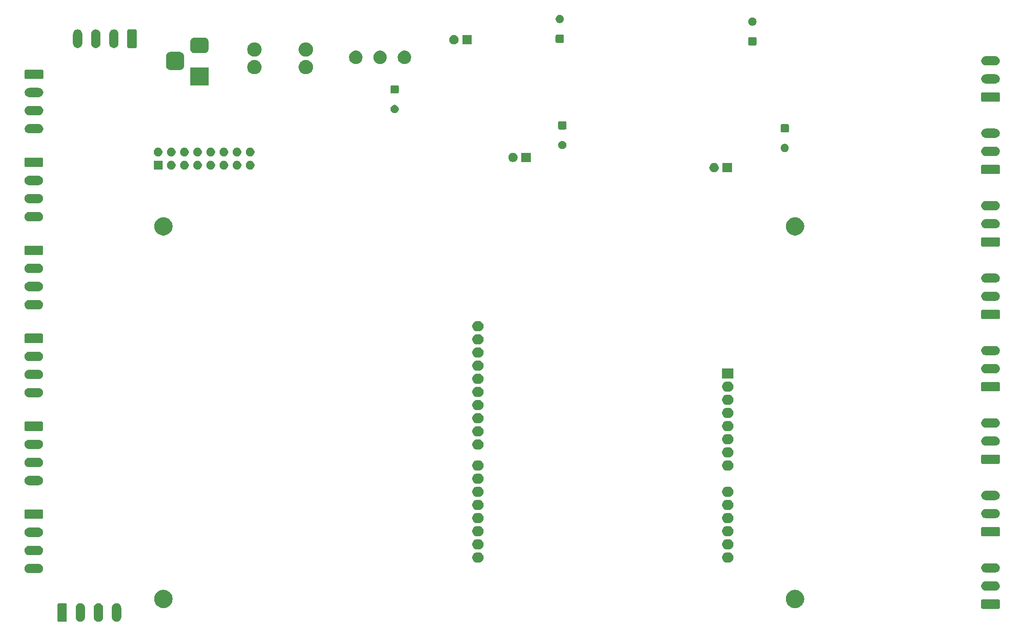
<source format=gbr>
%TF.GenerationSoftware,KiCad,Pcbnew,9.0.6-9.0.6~ubuntu24.04.1*%
%TF.CreationDate,2025-11-26T16:44:33+01:00*%
%TF.ProjectId,HVAC_STM32F7_PCB,48564143-5f53-4544-9d33-3246375f5043,rev?*%
%TF.SameCoordinates,Original*%
%TF.FileFunction,Soldermask,Bot*%
%TF.FilePolarity,Negative*%
%FSLAX46Y46*%
G04 Gerber Fmt 4.6, Leading zero omitted, Abs format (unit mm)*
G04 Created by KiCad (PCBNEW 9.0.6-9.0.6~ubuntu24.04.1) date 2025-11-26 16:44:33*
%MOMM*%
%LPD*%
G01*
G04 APERTURE LIST*
G04 APERTURE END LIST*
G36*
X45654850Y-147200964D02*
G01*
X45705040Y-147206787D01*
X45722189Y-147214359D01*
X45745671Y-147219030D01*
X45770810Y-147235827D01*
X45790696Y-147244608D01*
X45804277Y-147258189D01*
X45826777Y-147273223D01*
X45841810Y-147295722D01*
X45855391Y-147309303D01*
X45864170Y-147329186D01*
X45880970Y-147354329D01*
X45885641Y-147377812D01*
X45893212Y-147394959D01*
X45899033Y-147445139D01*
X45900000Y-147450000D01*
X45900000Y-150550000D01*
X45899032Y-150554863D01*
X45893212Y-150605040D01*
X45885641Y-150622185D01*
X45880970Y-150645671D01*
X45864169Y-150670815D01*
X45855391Y-150690696D01*
X45841812Y-150704274D01*
X45826777Y-150726777D01*
X45804274Y-150741812D01*
X45790696Y-150755391D01*
X45770815Y-150764169D01*
X45745671Y-150780970D01*
X45722185Y-150785641D01*
X45705040Y-150793212D01*
X45654861Y-150799032D01*
X45650000Y-150800000D01*
X44350000Y-150800000D01*
X44345138Y-150799032D01*
X44294959Y-150793212D01*
X44277812Y-150785641D01*
X44254329Y-150780970D01*
X44229186Y-150764170D01*
X44209303Y-150755391D01*
X44195722Y-150741810D01*
X44173223Y-150726777D01*
X44158189Y-150704277D01*
X44144608Y-150690696D01*
X44135827Y-150670810D01*
X44119030Y-150645671D01*
X44114359Y-150622189D01*
X44106787Y-150605040D01*
X44100964Y-150554849D01*
X44100000Y-150550000D01*
X44100000Y-147450000D01*
X44100964Y-147445150D01*
X44106787Y-147394959D01*
X44114359Y-147377808D01*
X44119030Y-147354329D01*
X44135826Y-147329191D01*
X44144608Y-147309303D01*
X44158191Y-147295719D01*
X44173223Y-147273223D01*
X44195719Y-147258191D01*
X44209303Y-147244608D01*
X44229191Y-147235826D01*
X44254329Y-147219030D01*
X44277808Y-147214359D01*
X44294959Y-147206787D01*
X44345151Y-147200964D01*
X44350000Y-147200000D01*
X45650000Y-147200000D01*
X45654850Y-147200964D01*
G37*
G36*
X48761256Y-147238754D02*
G01*
X48924257Y-147306271D01*
X49070954Y-147404291D01*
X49195709Y-147529046D01*
X49293729Y-147675743D01*
X49361246Y-147838744D01*
X49395666Y-148011785D01*
X49400000Y-148100000D01*
X49400000Y-149900000D01*
X49395666Y-149988215D01*
X49361246Y-150161256D01*
X49293729Y-150324257D01*
X49195709Y-150470954D01*
X49070954Y-150595709D01*
X48924257Y-150693729D01*
X48761256Y-150761246D01*
X48588215Y-150795666D01*
X48411785Y-150795666D01*
X48238744Y-150761246D01*
X48075743Y-150693729D01*
X47929046Y-150595709D01*
X47804291Y-150470954D01*
X47706271Y-150324257D01*
X47638754Y-150161256D01*
X47604334Y-149988215D01*
X47600000Y-149900000D01*
X47600000Y-148100000D01*
X47604334Y-148011785D01*
X47638754Y-147838744D01*
X47706271Y-147675743D01*
X47804291Y-147529046D01*
X47929046Y-147404291D01*
X48075743Y-147306271D01*
X48238744Y-147238754D01*
X48411785Y-147204334D01*
X48588215Y-147204334D01*
X48761256Y-147238754D01*
G37*
G36*
X52261256Y-147238754D02*
G01*
X52424257Y-147306271D01*
X52570954Y-147404291D01*
X52695709Y-147529046D01*
X52793729Y-147675743D01*
X52861246Y-147838744D01*
X52895666Y-148011785D01*
X52900000Y-148100000D01*
X52900000Y-149900000D01*
X52895666Y-149988215D01*
X52861246Y-150161256D01*
X52793729Y-150324257D01*
X52695709Y-150470954D01*
X52570954Y-150595709D01*
X52424257Y-150693729D01*
X52261256Y-150761246D01*
X52088215Y-150795666D01*
X51911785Y-150795666D01*
X51738744Y-150761246D01*
X51575743Y-150693729D01*
X51429046Y-150595709D01*
X51304291Y-150470954D01*
X51206271Y-150324257D01*
X51138754Y-150161256D01*
X51104334Y-149988215D01*
X51100000Y-149900000D01*
X51100000Y-148100000D01*
X51104334Y-148011785D01*
X51138754Y-147838744D01*
X51206271Y-147675743D01*
X51304291Y-147529046D01*
X51429046Y-147404291D01*
X51575743Y-147306271D01*
X51738744Y-147238754D01*
X51911785Y-147204334D01*
X52088215Y-147204334D01*
X52261256Y-147238754D01*
G37*
G36*
X55761256Y-147238754D02*
G01*
X55924257Y-147306271D01*
X56070954Y-147404291D01*
X56195709Y-147529046D01*
X56293729Y-147675743D01*
X56361246Y-147838744D01*
X56395666Y-148011785D01*
X56400000Y-148100000D01*
X56400000Y-149900000D01*
X56395666Y-149988215D01*
X56361246Y-150161256D01*
X56293729Y-150324257D01*
X56195709Y-150470954D01*
X56070954Y-150595709D01*
X55924257Y-150693729D01*
X55761256Y-150761246D01*
X55588215Y-150795666D01*
X55411785Y-150795666D01*
X55238744Y-150761246D01*
X55075743Y-150693729D01*
X54929046Y-150595709D01*
X54804291Y-150470954D01*
X54706271Y-150324257D01*
X54638754Y-150161256D01*
X54604334Y-149988215D01*
X54600000Y-149900000D01*
X54600000Y-148100000D01*
X54604334Y-148011785D01*
X54638754Y-147838744D01*
X54706271Y-147675743D01*
X54804291Y-147529046D01*
X54929046Y-147404291D01*
X55075743Y-147306271D01*
X55238744Y-147238754D01*
X55411785Y-147204334D01*
X55588215Y-147204334D01*
X55761256Y-147238754D01*
G37*
G36*
X225854850Y-146475964D02*
G01*
X225905040Y-146481787D01*
X225922189Y-146489359D01*
X225945671Y-146494030D01*
X225970810Y-146510827D01*
X225990696Y-146519608D01*
X226004277Y-146533189D01*
X226026777Y-146548223D01*
X226041810Y-146570722D01*
X226055391Y-146584303D01*
X226064170Y-146604186D01*
X226080970Y-146629329D01*
X226085641Y-146652812D01*
X226093212Y-146669959D01*
X226099033Y-146720139D01*
X226100000Y-146725000D01*
X226100000Y-148025000D01*
X226099032Y-148029863D01*
X226093212Y-148080040D01*
X226085641Y-148097185D01*
X226080970Y-148120671D01*
X226064169Y-148145815D01*
X226055391Y-148165696D01*
X226041812Y-148179274D01*
X226026777Y-148201777D01*
X226004274Y-148216812D01*
X225990696Y-148230391D01*
X225970815Y-148239169D01*
X225945671Y-148255970D01*
X225922185Y-148260641D01*
X225905040Y-148268212D01*
X225854861Y-148274032D01*
X225850000Y-148275000D01*
X222750000Y-148275000D01*
X222745138Y-148274032D01*
X222694959Y-148268212D01*
X222677812Y-148260641D01*
X222654329Y-148255970D01*
X222629186Y-148239170D01*
X222609303Y-148230391D01*
X222595722Y-148216810D01*
X222573223Y-148201777D01*
X222558189Y-148179277D01*
X222544608Y-148165696D01*
X222535827Y-148145810D01*
X222519030Y-148120671D01*
X222514359Y-148097189D01*
X222506787Y-148080040D01*
X222500964Y-148029849D01*
X222500000Y-148025000D01*
X222500000Y-146725000D01*
X222500964Y-146720150D01*
X222506787Y-146669959D01*
X222514359Y-146652808D01*
X222519030Y-146629329D01*
X222535826Y-146604191D01*
X222544608Y-146584303D01*
X222558191Y-146570719D01*
X222573223Y-146548223D01*
X222595719Y-146533191D01*
X222609303Y-146519608D01*
X222629191Y-146510826D01*
X222654329Y-146494030D01*
X222677808Y-146489359D01*
X222694959Y-146481787D01*
X222745151Y-146475964D01*
X222750000Y-146475000D01*
X225850000Y-146475000D01*
X225854850Y-146475964D01*
G37*
G36*
X64895310Y-144639010D02*
G01*
X65118948Y-144698934D01*
X65332851Y-144787535D01*
X65533359Y-144903299D01*
X65717042Y-145044244D01*
X65880756Y-145207958D01*
X66021701Y-145391641D01*
X66137465Y-145592149D01*
X66226066Y-145806052D01*
X66285990Y-146029690D01*
X66316210Y-146259236D01*
X66316210Y-146490764D01*
X66285990Y-146720310D01*
X66226066Y-146943948D01*
X66137465Y-147157851D01*
X66021701Y-147358359D01*
X65880756Y-147542042D01*
X65717042Y-147705756D01*
X65533359Y-147846701D01*
X65332851Y-147962465D01*
X65118948Y-148051066D01*
X64895310Y-148110990D01*
X64665764Y-148141210D01*
X64434236Y-148141210D01*
X64204690Y-148110990D01*
X63981052Y-148051066D01*
X63767149Y-147962465D01*
X63566641Y-147846701D01*
X63382958Y-147705756D01*
X63219244Y-147542042D01*
X63078299Y-147358359D01*
X62962535Y-147157851D01*
X62873934Y-146943948D01*
X62814010Y-146720310D01*
X62783790Y-146490764D01*
X62783790Y-146259236D01*
X62814010Y-146029690D01*
X62873934Y-145806052D01*
X62962535Y-145592149D01*
X63078299Y-145391641D01*
X63219244Y-145207958D01*
X63382958Y-145044244D01*
X63566641Y-144903299D01*
X63767149Y-144787535D01*
X63981052Y-144698934D01*
X64204690Y-144639010D01*
X64434236Y-144608790D01*
X64665764Y-144608790D01*
X64895310Y-144639010D01*
G37*
G36*
X186895310Y-144639010D02*
G01*
X187118948Y-144698934D01*
X187332851Y-144787535D01*
X187533359Y-144903299D01*
X187717042Y-145044244D01*
X187880756Y-145207958D01*
X188021701Y-145391641D01*
X188137465Y-145592149D01*
X188226066Y-145806052D01*
X188285990Y-146029690D01*
X188316210Y-146259236D01*
X188316210Y-146490764D01*
X188285990Y-146720310D01*
X188226066Y-146943948D01*
X188137465Y-147157851D01*
X188021701Y-147358359D01*
X187880756Y-147542042D01*
X187717042Y-147705756D01*
X187533359Y-147846701D01*
X187332851Y-147962465D01*
X187118948Y-148051066D01*
X186895310Y-148110990D01*
X186665764Y-148141210D01*
X186434236Y-148141210D01*
X186204690Y-148110990D01*
X185981052Y-148051066D01*
X185767149Y-147962465D01*
X185566641Y-147846701D01*
X185382958Y-147705756D01*
X185219244Y-147542042D01*
X185078299Y-147358359D01*
X184962535Y-147157851D01*
X184873934Y-146943948D01*
X184814010Y-146720310D01*
X184783790Y-146490764D01*
X184783790Y-146259236D01*
X184814010Y-146029690D01*
X184873934Y-145806052D01*
X184962535Y-145592149D01*
X185078299Y-145391641D01*
X185219244Y-145207958D01*
X185382958Y-145044244D01*
X185566641Y-144903299D01*
X185767149Y-144787535D01*
X185981052Y-144698934D01*
X186204690Y-144639010D01*
X186434236Y-144608790D01*
X186665764Y-144608790D01*
X186895310Y-144639010D01*
G37*
G36*
X225288215Y-142979334D02*
G01*
X225461256Y-143013754D01*
X225624257Y-143081271D01*
X225770954Y-143179291D01*
X225895709Y-143304046D01*
X225993729Y-143450743D01*
X226061246Y-143613744D01*
X226095666Y-143786785D01*
X226095666Y-143963215D01*
X226061246Y-144136256D01*
X225993729Y-144299257D01*
X225895709Y-144445954D01*
X225770954Y-144570709D01*
X225624257Y-144668729D01*
X225461256Y-144736246D01*
X225288215Y-144770666D01*
X225200000Y-144775000D01*
X225198521Y-144775000D01*
X223401479Y-144775000D01*
X223400000Y-144775000D01*
X223311785Y-144770666D01*
X223138744Y-144736246D01*
X222975743Y-144668729D01*
X222829046Y-144570709D01*
X222704291Y-144445954D01*
X222606271Y-144299257D01*
X222538754Y-144136256D01*
X222504334Y-143963215D01*
X222504334Y-143786785D01*
X222538754Y-143613744D01*
X222606271Y-143450743D01*
X222704291Y-143304046D01*
X222829046Y-143179291D01*
X222975743Y-143081271D01*
X223138744Y-143013754D01*
X223311785Y-142979334D01*
X223400000Y-142975000D01*
X225200000Y-142975000D01*
X225288215Y-142979334D01*
G37*
G36*
X40488215Y-139604334D02*
G01*
X40661256Y-139638754D01*
X40824257Y-139706271D01*
X40970954Y-139804291D01*
X41095709Y-139929046D01*
X41193729Y-140075743D01*
X41261246Y-140238744D01*
X41295666Y-140411785D01*
X41295666Y-140588215D01*
X41261246Y-140761256D01*
X41193729Y-140924257D01*
X41095709Y-141070954D01*
X40970954Y-141195709D01*
X40824257Y-141293729D01*
X40661256Y-141361246D01*
X40488215Y-141395666D01*
X40400000Y-141400000D01*
X40398521Y-141400000D01*
X38601479Y-141400000D01*
X38600000Y-141400000D01*
X38511785Y-141395666D01*
X38338744Y-141361246D01*
X38175743Y-141293729D01*
X38029046Y-141195709D01*
X37904291Y-141070954D01*
X37806271Y-140924257D01*
X37738754Y-140761256D01*
X37704334Y-140588215D01*
X37704334Y-140411785D01*
X37738754Y-140238744D01*
X37806271Y-140075743D01*
X37904291Y-139929046D01*
X38029046Y-139804291D01*
X38175743Y-139706271D01*
X38338744Y-139638754D01*
X38511785Y-139604334D01*
X38600000Y-139600000D01*
X40400000Y-139600000D01*
X40488215Y-139604334D01*
G37*
G36*
X225288215Y-139479334D02*
G01*
X225461256Y-139513754D01*
X225624257Y-139581271D01*
X225770954Y-139679291D01*
X225895709Y-139804046D01*
X225993729Y-139950743D01*
X226061246Y-140113744D01*
X226095666Y-140286785D01*
X226095666Y-140463215D01*
X226061246Y-140636256D01*
X225993729Y-140799257D01*
X225895709Y-140945954D01*
X225770954Y-141070709D01*
X225624257Y-141168729D01*
X225461256Y-141236246D01*
X225288215Y-141270666D01*
X225200000Y-141275000D01*
X225198521Y-141275000D01*
X223401479Y-141275000D01*
X223400000Y-141275000D01*
X223311785Y-141270666D01*
X223138744Y-141236246D01*
X222975743Y-141168729D01*
X222829046Y-141070709D01*
X222704291Y-140945954D01*
X222606271Y-140799257D01*
X222538754Y-140636256D01*
X222504334Y-140463215D01*
X222504334Y-140286785D01*
X222538754Y-140113744D01*
X222606271Y-139950743D01*
X222704291Y-139804046D01*
X222829046Y-139679291D01*
X222975743Y-139581271D01*
X223138744Y-139513754D01*
X223311785Y-139479334D01*
X223400000Y-139475000D01*
X225200000Y-139475000D01*
X225288215Y-139479334D01*
G37*
G36*
X125488017Y-137379815D02*
G01*
X125680285Y-137418060D01*
X125861397Y-137493079D01*
X126024393Y-137601990D01*
X126163010Y-137740607D01*
X126271921Y-137903603D01*
X126346940Y-138084715D01*
X126385185Y-138276983D01*
X126385185Y-138473017D01*
X126346940Y-138665285D01*
X126271921Y-138846397D01*
X126163010Y-139009393D01*
X126024393Y-139148010D01*
X125861397Y-139256921D01*
X125680285Y-139331940D01*
X125488017Y-139370185D01*
X125390000Y-139375000D01*
X125388522Y-139375000D01*
X125191478Y-139375000D01*
X125190000Y-139375000D01*
X125091983Y-139370185D01*
X124899715Y-139331940D01*
X124718603Y-139256921D01*
X124555607Y-139148010D01*
X124416990Y-139009393D01*
X124308079Y-138846397D01*
X124233060Y-138665285D01*
X124194815Y-138473017D01*
X124194815Y-138276983D01*
X124233060Y-138084715D01*
X124308079Y-137903603D01*
X124416990Y-137740607D01*
X124555607Y-137601990D01*
X124718603Y-137493079D01*
X124899715Y-137418060D01*
X125091983Y-137379815D01*
X125190000Y-137375000D01*
X125390000Y-137375000D01*
X125488017Y-137379815D01*
G37*
G36*
X173748017Y-137379815D02*
G01*
X173940285Y-137418060D01*
X174121397Y-137493079D01*
X174284393Y-137601990D01*
X174423010Y-137740607D01*
X174531921Y-137903603D01*
X174606940Y-138084715D01*
X174645185Y-138276983D01*
X174645185Y-138473017D01*
X174606940Y-138665285D01*
X174531921Y-138846397D01*
X174423010Y-139009393D01*
X174284393Y-139148010D01*
X174121397Y-139256921D01*
X173940285Y-139331940D01*
X173748017Y-139370185D01*
X173650000Y-139375000D01*
X173648522Y-139375000D01*
X173451478Y-139375000D01*
X173450000Y-139375000D01*
X173351983Y-139370185D01*
X173159715Y-139331940D01*
X172978603Y-139256921D01*
X172815607Y-139148010D01*
X172676990Y-139009393D01*
X172568079Y-138846397D01*
X172493060Y-138665285D01*
X172454815Y-138473017D01*
X172454815Y-138276983D01*
X172493060Y-138084715D01*
X172568079Y-137903603D01*
X172676990Y-137740607D01*
X172815607Y-137601990D01*
X172978603Y-137493079D01*
X173159715Y-137418060D01*
X173351983Y-137379815D01*
X173450000Y-137375000D01*
X173650000Y-137375000D01*
X173748017Y-137379815D01*
G37*
G36*
X40488215Y-136104334D02*
G01*
X40661256Y-136138754D01*
X40824257Y-136206271D01*
X40970954Y-136304291D01*
X41095709Y-136429046D01*
X41193729Y-136575743D01*
X41261246Y-136738744D01*
X41295666Y-136911785D01*
X41295666Y-137088215D01*
X41261246Y-137261256D01*
X41193729Y-137424257D01*
X41095709Y-137570954D01*
X40970954Y-137695709D01*
X40824257Y-137793729D01*
X40661256Y-137861246D01*
X40488215Y-137895666D01*
X40400000Y-137900000D01*
X40398521Y-137900000D01*
X38601479Y-137900000D01*
X38600000Y-137900000D01*
X38511785Y-137895666D01*
X38338744Y-137861246D01*
X38175743Y-137793729D01*
X38029046Y-137695709D01*
X37904291Y-137570954D01*
X37806271Y-137424257D01*
X37738754Y-137261256D01*
X37704334Y-137088215D01*
X37704334Y-136911785D01*
X37738754Y-136738744D01*
X37806271Y-136575743D01*
X37904291Y-136429046D01*
X38029046Y-136304291D01*
X38175743Y-136206271D01*
X38338744Y-136138754D01*
X38511785Y-136104334D01*
X38600000Y-136100000D01*
X40400000Y-136100000D01*
X40488215Y-136104334D01*
G37*
G36*
X125488017Y-134839815D02*
G01*
X125680285Y-134878060D01*
X125861397Y-134953079D01*
X126024393Y-135061990D01*
X126163010Y-135200607D01*
X126271921Y-135363603D01*
X126346940Y-135544715D01*
X126385185Y-135736983D01*
X126385185Y-135933017D01*
X126346940Y-136125285D01*
X126271921Y-136306397D01*
X126163010Y-136469393D01*
X126024393Y-136608010D01*
X125861397Y-136716921D01*
X125680285Y-136791940D01*
X125488017Y-136830185D01*
X125390000Y-136835000D01*
X125388522Y-136835000D01*
X125191478Y-136835000D01*
X125190000Y-136835000D01*
X125091983Y-136830185D01*
X124899715Y-136791940D01*
X124718603Y-136716921D01*
X124555607Y-136608010D01*
X124416990Y-136469393D01*
X124308079Y-136306397D01*
X124233060Y-136125285D01*
X124194815Y-135933017D01*
X124194815Y-135736983D01*
X124233060Y-135544715D01*
X124308079Y-135363603D01*
X124416990Y-135200607D01*
X124555607Y-135061990D01*
X124718603Y-134953079D01*
X124899715Y-134878060D01*
X125091983Y-134839815D01*
X125190000Y-134835000D01*
X125390000Y-134835000D01*
X125488017Y-134839815D01*
G37*
G36*
X173748017Y-134839815D02*
G01*
X173940285Y-134878060D01*
X174121397Y-134953079D01*
X174284393Y-135061990D01*
X174423010Y-135200607D01*
X174531921Y-135363603D01*
X174606940Y-135544715D01*
X174645185Y-135736983D01*
X174645185Y-135933017D01*
X174606940Y-136125285D01*
X174531921Y-136306397D01*
X174423010Y-136469393D01*
X174284393Y-136608010D01*
X174121397Y-136716921D01*
X173940285Y-136791940D01*
X173748017Y-136830185D01*
X173650000Y-136835000D01*
X173648522Y-136835000D01*
X173451478Y-136835000D01*
X173450000Y-136835000D01*
X173351983Y-136830185D01*
X173159715Y-136791940D01*
X172978603Y-136716921D01*
X172815607Y-136608010D01*
X172676990Y-136469393D01*
X172568079Y-136306397D01*
X172493060Y-136125285D01*
X172454815Y-135933017D01*
X172454815Y-135736983D01*
X172493060Y-135544715D01*
X172568079Y-135363603D01*
X172676990Y-135200607D01*
X172815607Y-135061990D01*
X172978603Y-134953079D01*
X173159715Y-134878060D01*
X173351983Y-134839815D01*
X173450000Y-134835000D01*
X173650000Y-134835000D01*
X173748017Y-134839815D01*
G37*
G36*
X40488215Y-132604334D02*
G01*
X40661256Y-132638754D01*
X40824257Y-132706271D01*
X40970954Y-132804291D01*
X41095709Y-132929046D01*
X41193729Y-133075743D01*
X41261246Y-133238744D01*
X41295666Y-133411785D01*
X41295666Y-133588215D01*
X41261246Y-133761256D01*
X41193729Y-133924257D01*
X41095709Y-134070954D01*
X40970954Y-134195709D01*
X40824257Y-134293729D01*
X40661256Y-134361246D01*
X40488215Y-134395666D01*
X40400000Y-134400000D01*
X40398521Y-134400000D01*
X38601479Y-134400000D01*
X38600000Y-134400000D01*
X38511785Y-134395666D01*
X38338744Y-134361246D01*
X38175743Y-134293729D01*
X38029046Y-134195709D01*
X37904291Y-134070954D01*
X37806271Y-133924257D01*
X37738754Y-133761256D01*
X37704334Y-133588215D01*
X37704334Y-133411785D01*
X37738754Y-133238744D01*
X37806271Y-133075743D01*
X37904291Y-132929046D01*
X38029046Y-132804291D01*
X38175743Y-132706271D01*
X38338744Y-132638754D01*
X38511785Y-132604334D01*
X38600000Y-132600000D01*
X40400000Y-132600000D01*
X40488215Y-132604334D01*
G37*
G36*
X125488017Y-132299815D02*
G01*
X125680285Y-132338060D01*
X125861397Y-132413079D01*
X126024393Y-132521990D01*
X126163010Y-132660607D01*
X126271921Y-132823603D01*
X126346940Y-133004715D01*
X126385185Y-133196983D01*
X126385185Y-133393017D01*
X126346940Y-133585285D01*
X126271921Y-133766397D01*
X126163010Y-133929393D01*
X126024393Y-134068010D01*
X125861397Y-134176921D01*
X125680285Y-134251940D01*
X125488017Y-134290185D01*
X125390000Y-134295000D01*
X125388522Y-134295000D01*
X125191478Y-134295000D01*
X125190000Y-134295000D01*
X125091983Y-134290185D01*
X124899715Y-134251940D01*
X124718603Y-134176921D01*
X124555607Y-134068010D01*
X124416990Y-133929393D01*
X124308079Y-133766397D01*
X124233060Y-133585285D01*
X124194815Y-133393017D01*
X124194815Y-133196983D01*
X124233060Y-133004715D01*
X124308079Y-132823603D01*
X124416990Y-132660607D01*
X124555607Y-132521990D01*
X124718603Y-132413079D01*
X124899715Y-132338060D01*
X125091983Y-132299815D01*
X125190000Y-132295000D01*
X125390000Y-132295000D01*
X125488017Y-132299815D01*
G37*
G36*
X173748017Y-132299815D02*
G01*
X173940285Y-132338060D01*
X174121397Y-132413079D01*
X174284393Y-132521990D01*
X174423010Y-132660607D01*
X174531921Y-132823603D01*
X174606940Y-133004715D01*
X174645185Y-133196983D01*
X174645185Y-133393017D01*
X174606940Y-133585285D01*
X174531921Y-133766397D01*
X174423010Y-133929393D01*
X174284393Y-134068010D01*
X174121397Y-134176921D01*
X173940285Y-134251940D01*
X173748017Y-134290185D01*
X173650000Y-134295000D01*
X173648522Y-134295000D01*
X173451478Y-134295000D01*
X173450000Y-134295000D01*
X173351983Y-134290185D01*
X173159715Y-134251940D01*
X172978603Y-134176921D01*
X172815607Y-134068010D01*
X172676990Y-133929393D01*
X172568079Y-133766397D01*
X172493060Y-133585285D01*
X172454815Y-133393017D01*
X172454815Y-133196983D01*
X172493060Y-133004715D01*
X172568079Y-132823603D01*
X172676990Y-132660607D01*
X172815607Y-132521990D01*
X172978603Y-132413079D01*
X173159715Y-132338060D01*
X173351983Y-132299815D01*
X173450000Y-132295000D01*
X173650000Y-132295000D01*
X173748017Y-132299815D01*
G37*
G36*
X225854850Y-132475964D02*
G01*
X225905040Y-132481787D01*
X225922189Y-132489359D01*
X225945671Y-132494030D01*
X225970810Y-132510827D01*
X225990696Y-132519608D01*
X226004277Y-132533189D01*
X226026777Y-132548223D01*
X226041810Y-132570722D01*
X226055391Y-132584303D01*
X226064170Y-132604186D01*
X226080970Y-132629329D01*
X226085641Y-132652812D01*
X226093212Y-132669959D01*
X226099033Y-132720139D01*
X226100000Y-132725000D01*
X226100000Y-134025000D01*
X226099032Y-134029863D01*
X226093212Y-134080040D01*
X226085641Y-134097185D01*
X226080970Y-134120671D01*
X226064169Y-134145815D01*
X226055391Y-134165696D01*
X226041812Y-134179274D01*
X226026777Y-134201777D01*
X226004274Y-134216812D01*
X225990696Y-134230391D01*
X225970815Y-134239169D01*
X225945671Y-134255970D01*
X225922185Y-134260641D01*
X225905040Y-134268212D01*
X225854861Y-134274032D01*
X225850000Y-134275000D01*
X222750000Y-134275000D01*
X222745138Y-134274032D01*
X222694959Y-134268212D01*
X222677812Y-134260641D01*
X222654329Y-134255970D01*
X222629186Y-134239170D01*
X222609303Y-134230391D01*
X222595722Y-134216810D01*
X222573223Y-134201777D01*
X222558189Y-134179277D01*
X222544608Y-134165696D01*
X222535827Y-134145810D01*
X222519030Y-134120671D01*
X222514359Y-134097189D01*
X222506787Y-134080040D01*
X222500964Y-134029849D01*
X222500000Y-134025000D01*
X222500000Y-132725000D01*
X222500964Y-132720150D01*
X222506787Y-132669959D01*
X222514359Y-132652808D01*
X222519030Y-132629329D01*
X222535826Y-132604191D01*
X222544608Y-132584303D01*
X222558191Y-132570719D01*
X222573223Y-132548223D01*
X222595719Y-132533191D01*
X222609303Y-132519608D01*
X222629191Y-132510826D01*
X222654329Y-132494030D01*
X222677808Y-132489359D01*
X222694959Y-132481787D01*
X222745151Y-132475964D01*
X222750000Y-132475000D01*
X225850000Y-132475000D01*
X225854850Y-132475964D01*
G37*
G36*
X125488017Y-129759815D02*
G01*
X125680285Y-129798060D01*
X125861397Y-129873079D01*
X126024393Y-129981990D01*
X126163010Y-130120607D01*
X126271921Y-130283603D01*
X126346940Y-130464715D01*
X126385185Y-130656983D01*
X126385185Y-130853017D01*
X126346940Y-131045285D01*
X126271921Y-131226397D01*
X126163010Y-131389393D01*
X126024393Y-131528010D01*
X125861397Y-131636921D01*
X125680285Y-131711940D01*
X125488017Y-131750185D01*
X125390000Y-131755000D01*
X125388522Y-131755000D01*
X125191478Y-131755000D01*
X125190000Y-131755000D01*
X125091983Y-131750185D01*
X124899715Y-131711940D01*
X124718603Y-131636921D01*
X124555607Y-131528010D01*
X124416990Y-131389393D01*
X124308079Y-131226397D01*
X124233060Y-131045285D01*
X124194815Y-130853017D01*
X124194815Y-130656983D01*
X124233060Y-130464715D01*
X124308079Y-130283603D01*
X124416990Y-130120607D01*
X124555607Y-129981990D01*
X124718603Y-129873079D01*
X124899715Y-129798060D01*
X125091983Y-129759815D01*
X125190000Y-129755000D01*
X125390000Y-129755000D01*
X125488017Y-129759815D01*
G37*
G36*
X173748017Y-129759815D02*
G01*
X173940285Y-129798060D01*
X174121397Y-129873079D01*
X174284393Y-129981990D01*
X174423010Y-130120607D01*
X174531921Y-130283603D01*
X174606940Y-130464715D01*
X174645185Y-130656983D01*
X174645185Y-130853017D01*
X174606940Y-131045285D01*
X174531921Y-131226397D01*
X174423010Y-131389393D01*
X174284393Y-131528010D01*
X174121397Y-131636921D01*
X173940285Y-131711940D01*
X173748017Y-131750185D01*
X173650000Y-131755000D01*
X173648522Y-131755000D01*
X173451478Y-131755000D01*
X173450000Y-131755000D01*
X173351983Y-131750185D01*
X173159715Y-131711940D01*
X172978603Y-131636921D01*
X172815607Y-131528010D01*
X172676990Y-131389393D01*
X172568079Y-131226397D01*
X172493060Y-131045285D01*
X172454815Y-130853017D01*
X172454815Y-130656983D01*
X172493060Y-130464715D01*
X172568079Y-130283603D01*
X172676990Y-130120607D01*
X172815607Y-129981990D01*
X172978603Y-129873079D01*
X173159715Y-129798060D01*
X173351983Y-129759815D01*
X173450000Y-129755000D01*
X173650000Y-129755000D01*
X173748017Y-129759815D01*
G37*
G36*
X41054850Y-129100964D02*
G01*
X41105040Y-129106787D01*
X41122189Y-129114359D01*
X41145671Y-129119030D01*
X41170810Y-129135827D01*
X41190696Y-129144608D01*
X41204277Y-129158189D01*
X41226777Y-129173223D01*
X41241810Y-129195722D01*
X41255391Y-129209303D01*
X41264170Y-129229186D01*
X41280970Y-129254329D01*
X41285641Y-129277812D01*
X41293212Y-129294959D01*
X41299033Y-129345139D01*
X41300000Y-129350000D01*
X41300000Y-130650000D01*
X41299032Y-130654863D01*
X41293212Y-130705040D01*
X41285641Y-130722185D01*
X41280970Y-130745671D01*
X41264169Y-130770815D01*
X41255391Y-130790696D01*
X41241812Y-130804274D01*
X41226777Y-130826777D01*
X41204274Y-130841812D01*
X41190696Y-130855391D01*
X41170815Y-130864169D01*
X41145671Y-130880970D01*
X41122185Y-130885641D01*
X41105040Y-130893212D01*
X41054861Y-130899032D01*
X41050000Y-130900000D01*
X37950000Y-130900000D01*
X37945138Y-130899032D01*
X37894959Y-130893212D01*
X37877812Y-130885641D01*
X37854329Y-130880970D01*
X37829186Y-130864170D01*
X37809303Y-130855391D01*
X37795722Y-130841810D01*
X37773223Y-130826777D01*
X37758189Y-130804277D01*
X37744608Y-130790696D01*
X37735827Y-130770810D01*
X37719030Y-130745671D01*
X37714359Y-130722189D01*
X37706787Y-130705040D01*
X37700964Y-130654849D01*
X37700000Y-130650000D01*
X37700000Y-129350000D01*
X37700964Y-129345150D01*
X37706787Y-129294959D01*
X37714359Y-129277808D01*
X37719030Y-129254329D01*
X37735826Y-129229191D01*
X37744608Y-129209303D01*
X37758191Y-129195719D01*
X37773223Y-129173223D01*
X37795719Y-129158191D01*
X37809303Y-129144608D01*
X37829191Y-129135826D01*
X37854329Y-129119030D01*
X37877808Y-129114359D01*
X37894959Y-129106787D01*
X37945151Y-129100964D01*
X37950000Y-129100000D01*
X41050000Y-129100000D01*
X41054850Y-129100964D01*
G37*
G36*
X225288215Y-128979334D02*
G01*
X225461256Y-129013754D01*
X225624257Y-129081271D01*
X225770954Y-129179291D01*
X225895709Y-129304046D01*
X225993729Y-129450743D01*
X226061246Y-129613744D01*
X226095666Y-129786785D01*
X226095666Y-129963215D01*
X226061246Y-130136256D01*
X225993729Y-130299257D01*
X225895709Y-130445954D01*
X225770954Y-130570709D01*
X225624257Y-130668729D01*
X225461256Y-130736246D01*
X225288215Y-130770666D01*
X225200000Y-130775000D01*
X225198521Y-130775000D01*
X223401479Y-130775000D01*
X223400000Y-130775000D01*
X223311785Y-130770666D01*
X223138744Y-130736246D01*
X222975743Y-130668729D01*
X222829046Y-130570709D01*
X222704291Y-130445954D01*
X222606271Y-130299257D01*
X222538754Y-130136256D01*
X222504334Y-129963215D01*
X222504334Y-129786785D01*
X222538754Y-129613744D01*
X222606271Y-129450743D01*
X222704291Y-129304046D01*
X222829046Y-129179291D01*
X222975743Y-129081271D01*
X223138744Y-129013754D01*
X223311785Y-128979334D01*
X223400000Y-128975000D01*
X225200000Y-128975000D01*
X225288215Y-128979334D01*
G37*
G36*
X125488017Y-127219815D02*
G01*
X125680285Y-127258060D01*
X125861397Y-127333079D01*
X126024393Y-127441990D01*
X126163010Y-127580607D01*
X126271921Y-127743603D01*
X126346940Y-127924715D01*
X126385185Y-128116983D01*
X126385185Y-128313017D01*
X126346940Y-128505285D01*
X126271921Y-128686397D01*
X126163010Y-128849393D01*
X126024393Y-128988010D01*
X125861397Y-129096921D01*
X125680285Y-129171940D01*
X125488017Y-129210185D01*
X125390000Y-129215000D01*
X125388522Y-129215000D01*
X125191478Y-129215000D01*
X125190000Y-129215000D01*
X125091983Y-129210185D01*
X124899715Y-129171940D01*
X124718603Y-129096921D01*
X124555607Y-128988010D01*
X124416990Y-128849393D01*
X124308079Y-128686397D01*
X124233060Y-128505285D01*
X124194815Y-128313017D01*
X124194815Y-128116983D01*
X124233060Y-127924715D01*
X124308079Y-127743603D01*
X124416990Y-127580607D01*
X124555607Y-127441990D01*
X124718603Y-127333079D01*
X124899715Y-127258060D01*
X125091983Y-127219815D01*
X125190000Y-127215000D01*
X125390000Y-127215000D01*
X125488017Y-127219815D01*
G37*
G36*
X173748017Y-127219815D02*
G01*
X173940285Y-127258060D01*
X174121397Y-127333079D01*
X174284393Y-127441990D01*
X174423010Y-127580607D01*
X174531921Y-127743603D01*
X174606940Y-127924715D01*
X174645185Y-128116983D01*
X174645185Y-128313017D01*
X174606940Y-128505285D01*
X174531921Y-128686397D01*
X174423010Y-128849393D01*
X174284393Y-128988010D01*
X174121397Y-129096921D01*
X173940285Y-129171940D01*
X173748017Y-129210185D01*
X173650000Y-129215000D01*
X173648522Y-129215000D01*
X173451478Y-129215000D01*
X173450000Y-129215000D01*
X173351983Y-129210185D01*
X173159715Y-129171940D01*
X172978603Y-129096921D01*
X172815607Y-128988010D01*
X172676990Y-128849393D01*
X172568079Y-128686397D01*
X172493060Y-128505285D01*
X172454815Y-128313017D01*
X172454815Y-128116983D01*
X172493060Y-127924715D01*
X172568079Y-127743603D01*
X172676990Y-127580607D01*
X172815607Y-127441990D01*
X172978603Y-127333079D01*
X173159715Y-127258060D01*
X173351983Y-127219815D01*
X173450000Y-127215000D01*
X173650000Y-127215000D01*
X173748017Y-127219815D01*
G37*
G36*
X225288215Y-125479334D02*
G01*
X225461256Y-125513754D01*
X225624257Y-125581271D01*
X225770954Y-125679291D01*
X225895709Y-125804046D01*
X225993729Y-125950743D01*
X226061246Y-126113744D01*
X226095666Y-126286785D01*
X226095666Y-126463215D01*
X226061246Y-126636256D01*
X225993729Y-126799257D01*
X225895709Y-126945954D01*
X225770954Y-127070709D01*
X225624257Y-127168729D01*
X225461256Y-127236246D01*
X225288215Y-127270666D01*
X225200000Y-127275000D01*
X225198521Y-127275000D01*
X223401479Y-127275000D01*
X223400000Y-127275000D01*
X223311785Y-127270666D01*
X223138744Y-127236246D01*
X222975743Y-127168729D01*
X222829046Y-127070709D01*
X222704291Y-126945954D01*
X222606271Y-126799257D01*
X222538754Y-126636256D01*
X222504334Y-126463215D01*
X222504334Y-126286785D01*
X222538754Y-126113744D01*
X222606271Y-125950743D01*
X222704291Y-125804046D01*
X222829046Y-125679291D01*
X222975743Y-125581271D01*
X223138744Y-125513754D01*
X223311785Y-125479334D01*
X223400000Y-125475000D01*
X225200000Y-125475000D01*
X225288215Y-125479334D01*
G37*
G36*
X125488017Y-124679815D02*
G01*
X125680285Y-124718060D01*
X125861397Y-124793079D01*
X126024393Y-124901990D01*
X126163010Y-125040607D01*
X126271921Y-125203603D01*
X126346940Y-125384715D01*
X126385185Y-125576983D01*
X126385185Y-125773017D01*
X126346940Y-125965285D01*
X126271921Y-126146397D01*
X126163010Y-126309393D01*
X126024393Y-126448010D01*
X125861397Y-126556921D01*
X125680285Y-126631940D01*
X125488017Y-126670185D01*
X125390000Y-126675000D01*
X125388522Y-126675000D01*
X125191478Y-126675000D01*
X125190000Y-126675000D01*
X125091983Y-126670185D01*
X124899715Y-126631940D01*
X124718603Y-126556921D01*
X124555607Y-126448010D01*
X124416990Y-126309393D01*
X124308079Y-126146397D01*
X124233060Y-125965285D01*
X124194815Y-125773017D01*
X124194815Y-125576983D01*
X124233060Y-125384715D01*
X124308079Y-125203603D01*
X124416990Y-125040607D01*
X124555607Y-124901990D01*
X124718603Y-124793079D01*
X124899715Y-124718060D01*
X125091983Y-124679815D01*
X125190000Y-124675000D01*
X125390000Y-124675000D01*
X125488017Y-124679815D01*
G37*
G36*
X173748017Y-124679815D02*
G01*
X173940285Y-124718060D01*
X174121397Y-124793079D01*
X174284393Y-124901990D01*
X174423010Y-125040607D01*
X174531921Y-125203603D01*
X174606940Y-125384715D01*
X174645185Y-125576983D01*
X174645185Y-125773017D01*
X174606940Y-125965285D01*
X174531921Y-126146397D01*
X174423010Y-126309393D01*
X174284393Y-126448010D01*
X174121397Y-126556921D01*
X173940285Y-126631940D01*
X173748017Y-126670185D01*
X173650000Y-126675000D01*
X173648522Y-126675000D01*
X173451478Y-126675000D01*
X173450000Y-126675000D01*
X173351983Y-126670185D01*
X173159715Y-126631940D01*
X172978603Y-126556921D01*
X172815607Y-126448010D01*
X172676990Y-126309393D01*
X172568079Y-126146397D01*
X172493060Y-125965285D01*
X172454815Y-125773017D01*
X172454815Y-125576983D01*
X172493060Y-125384715D01*
X172568079Y-125203603D01*
X172676990Y-125040607D01*
X172815607Y-124901990D01*
X172978603Y-124793079D01*
X173159715Y-124718060D01*
X173351983Y-124679815D01*
X173450000Y-124675000D01*
X173650000Y-124675000D01*
X173748017Y-124679815D01*
G37*
G36*
X40488215Y-122604334D02*
G01*
X40661256Y-122638754D01*
X40824257Y-122706271D01*
X40970954Y-122804291D01*
X41095709Y-122929046D01*
X41193729Y-123075743D01*
X41261246Y-123238744D01*
X41295666Y-123411785D01*
X41295666Y-123588215D01*
X41261246Y-123761256D01*
X41193729Y-123924257D01*
X41095709Y-124070954D01*
X40970954Y-124195709D01*
X40824257Y-124293729D01*
X40661256Y-124361246D01*
X40488215Y-124395666D01*
X40400000Y-124400000D01*
X40398521Y-124400000D01*
X38601479Y-124400000D01*
X38600000Y-124400000D01*
X38511785Y-124395666D01*
X38338744Y-124361246D01*
X38175743Y-124293729D01*
X38029046Y-124195709D01*
X37904291Y-124070954D01*
X37806271Y-123924257D01*
X37738754Y-123761256D01*
X37704334Y-123588215D01*
X37704334Y-123411785D01*
X37738754Y-123238744D01*
X37806271Y-123075743D01*
X37904291Y-122929046D01*
X38029046Y-122804291D01*
X38175743Y-122706271D01*
X38338744Y-122638754D01*
X38511785Y-122604334D01*
X38600000Y-122600000D01*
X40400000Y-122600000D01*
X40488215Y-122604334D01*
G37*
G36*
X125488017Y-122139815D02*
G01*
X125680285Y-122178060D01*
X125861397Y-122253079D01*
X126024393Y-122361990D01*
X126163010Y-122500607D01*
X126271921Y-122663603D01*
X126346940Y-122844715D01*
X126385185Y-123036983D01*
X126385185Y-123233017D01*
X126346940Y-123425285D01*
X126271921Y-123606397D01*
X126163010Y-123769393D01*
X126024393Y-123908010D01*
X125861397Y-124016921D01*
X125680285Y-124091940D01*
X125488017Y-124130185D01*
X125390000Y-124135000D01*
X125388522Y-124135000D01*
X125191478Y-124135000D01*
X125190000Y-124135000D01*
X125091983Y-124130185D01*
X124899715Y-124091940D01*
X124718603Y-124016921D01*
X124555607Y-123908010D01*
X124416990Y-123769393D01*
X124308079Y-123606397D01*
X124233060Y-123425285D01*
X124194815Y-123233017D01*
X124194815Y-123036983D01*
X124233060Y-122844715D01*
X124308079Y-122663603D01*
X124416990Y-122500607D01*
X124555607Y-122361990D01*
X124718603Y-122253079D01*
X124899715Y-122178060D01*
X125091983Y-122139815D01*
X125190000Y-122135000D01*
X125390000Y-122135000D01*
X125488017Y-122139815D01*
G37*
G36*
X125488017Y-119599815D02*
G01*
X125680285Y-119638060D01*
X125861397Y-119713079D01*
X126024393Y-119821990D01*
X126163010Y-119960607D01*
X126271921Y-120123603D01*
X126346940Y-120304715D01*
X126385185Y-120496983D01*
X126385185Y-120693017D01*
X126346940Y-120885285D01*
X126271921Y-121066397D01*
X126163010Y-121229393D01*
X126024393Y-121368010D01*
X125861397Y-121476921D01*
X125680285Y-121551940D01*
X125488017Y-121590185D01*
X125390000Y-121595000D01*
X125388522Y-121595000D01*
X125191478Y-121595000D01*
X125190000Y-121595000D01*
X125091983Y-121590185D01*
X124899715Y-121551940D01*
X124718603Y-121476921D01*
X124555607Y-121368010D01*
X124416990Y-121229393D01*
X124308079Y-121066397D01*
X124233060Y-120885285D01*
X124194815Y-120693017D01*
X124194815Y-120496983D01*
X124233060Y-120304715D01*
X124308079Y-120123603D01*
X124416990Y-119960607D01*
X124555607Y-119821990D01*
X124718603Y-119713079D01*
X124899715Y-119638060D01*
X125091983Y-119599815D01*
X125190000Y-119595000D01*
X125390000Y-119595000D01*
X125488017Y-119599815D01*
G37*
G36*
X173748017Y-119599815D02*
G01*
X173940285Y-119638060D01*
X174121397Y-119713079D01*
X174284393Y-119821990D01*
X174423010Y-119960607D01*
X174531921Y-120123603D01*
X174606940Y-120304715D01*
X174645185Y-120496983D01*
X174645185Y-120693017D01*
X174606940Y-120885285D01*
X174531921Y-121066397D01*
X174423010Y-121229393D01*
X174284393Y-121368010D01*
X174121397Y-121476921D01*
X173940285Y-121551940D01*
X173748017Y-121590185D01*
X173650000Y-121595000D01*
X173648522Y-121595000D01*
X173451478Y-121595000D01*
X173450000Y-121595000D01*
X173351983Y-121590185D01*
X173159715Y-121551940D01*
X172978603Y-121476921D01*
X172815607Y-121368010D01*
X172676990Y-121229393D01*
X172568079Y-121066397D01*
X172493060Y-120885285D01*
X172454815Y-120693017D01*
X172454815Y-120496983D01*
X172493060Y-120304715D01*
X172568079Y-120123603D01*
X172676990Y-119960607D01*
X172815607Y-119821990D01*
X172978603Y-119713079D01*
X173159715Y-119638060D01*
X173351983Y-119599815D01*
X173450000Y-119595000D01*
X173650000Y-119595000D01*
X173748017Y-119599815D01*
G37*
G36*
X40488215Y-119104334D02*
G01*
X40661256Y-119138754D01*
X40824257Y-119206271D01*
X40970954Y-119304291D01*
X41095709Y-119429046D01*
X41193729Y-119575743D01*
X41261246Y-119738744D01*
X41295666Y-119911785D01*
X41295666Y-120088215D01*
X41261246Y-120261256D01*
X41193729Y-120424257D01*
X41095709Y-120570954D01*
X40970954Y-120695709D01*
X40824257Y-120793729D01*
X40661256Y-120861246D01*
X40488215Y-120895666D01*
X40400000Y-120900000D01*
X40398521Y-120900000D01*
X38601479Y-120900000D01*
X38600000Y-120900000D01*
X38511785Y-120895666D01*
X38338744Y-120861246D01*
X38175743Y-120793729D01*
X38029046Y-120695709D01*
X37904291Y-120570954D01*
X37806271Y-120424257D01*
X37738754Y-120261256D01*
X37704334Y-120088215D01*
X37704334Y-119911785D01*
X37738754Y-119738744D01*
X37806271Y-119575743D01*
X37904291Y-119429046D01*
X38029046Y-119304291D01*
X38175743Y-119206271D01*
X38338744Y-119138754D01*
X38511785Y-119104334D01*
X38600000Y-119100000D01*
X40400000Y-119100000D01*
X40488215Y-119104334D01*
G37*
G36*
X225854850Y-118475964D02*
G01*
X225905040Y-118481787D01*
X225922189Y-118489359D01*
X225945671Y-118494030D01*
X225970810Y-118510827D01*
X225990696Y-118519608D01*
X226004277Y-118533189D01*
X226026777Y-118548223D01*
X226041810Y-118570722D01*
X226055391Y-118584303D01*
X226064170Y-118604186D01*
X226080970Y-118629329D01*
X226085641Y-118652812D01*
X226093212Y-118669959D01*
X226099033Y-118720139D01*
X226100000Y-118725000D01*
X226100000Y-120025000D01*
X226099032Y-120029863D01*
X226093212Y-120080040D01*
X226085641Y-120097185D01*
X226080970Y-120120671D01*
X226064169Y-120145815D01*
X226055391Y-120165696D01*
X226041812Y-120179274D01*
X226026777Y-120201777D01*
X226004274Y-120216812D01*
X225990696Y-120230391D01*
X225970815Y-120239169D01*
X225945671Y-120255970D01*
X225922185Y-120260641D01*
X225905040Y-120268212D01*
X225854861Y-120274032D01*
X225850000Y-120275000D01*
X222750000Y-120275000D01*
X222745138Y-120274032D01*
X222694959Y-120268212D01*
X222677812Y-120260641D01*
X222654329Y-120255970D01*
X222629186Y-120239170D01*
X222609303Y-120230391D01*
X222595722Y-120216810D01*
X222573223Y-120201777D01*
X222558189Y-120179277D01*
X222544608Y-120165696D01*
X222535827Y-120145810D01*
X222519030Y-120120671D01*
X222514359Y-120097189D01*
X222506787Y-120080040D01*
X222500964Y-120029849D01*
X222500000Y-120025000D01*
X222500000Y-118725000D01*
X222500964Y-118720150D01*
X222506787Y-118669959D01*
X222514359Y-118652808D01*
X222519030Y-118629329D01*
X222535826Y-118604191D01*
X222544608Y-118584303D01*
X222558191Y-118570719D01*
X222573223Y-118548223D01*
X222595719Y-118533191D01*
X222609303Y-118519608D01*
X222629191Y-118510826D01*
X222654329Y-118494030D01*
X222677808Y-118489359D01*
X222694959Y-118481787D01*
X222745151Y-118475964D01*
X222750000Y-118475000D01*
X225850000Y-118475000D01*
X225854850Y-118475964D01*
G37*
G36*
X173748017Y-117059815D02*
G01*
X173940285Y-117098060D01*
X174121397Y-117173079D01*
X174284393Y-117281990D01*
X174423010Y-117420607D01*
X174531921Y-117583603D01*
X174606940Y-117764715D01*
X174645185Y-117956983D01*
X174645185Y-118153017D01*
X174606940Y-118345285D01*
X174531921Y-118526397D01*
X174423010Y-118689393D01*
X174284393Y-118828010D01*
X174121397Y-118936921D01*
X173940285Y-119011940D01*
X173748017Y-119050185D01*
X173650000Y-119055000D01*
X173648522Y-119055000D01*
X173451478Y-119055000D01*
X173450000Y-119055000D01*
X173351983Y-119050185D01*
X173159715Y-119011940D01*
X172978603Y-118936921D01*
X172815607Y-118828010D01*
X172676990Y-118689393D01*
X172568079Y-118526397D01*
X172493060Y-118345285D01*
X172454815Y-118153017D01*
X172454815Y-117956983D01*
X172493060Y-117764715D01*
X172568079Y-117583603D01*
X172676990Y-117420607D01*
X172815607Y-117281990D01*
X172978603Y-117173079D01*
X173159715Y-117098060D01*
X173351983Y-117059815D01*
X173450000Y-117055000D01*
X173650000Y-117055000D01*
X173748017Y-117059815D01*
G37*
G36*
X125488017Y-115539815D02*
G01*
X125680285Y-115578060D01*
X125861397Y-115653079D01*
X126024393Y-115761990D01*
X126163010Y-115900607D01*
X126271921Y-116063603D01*
X126346940Y-116244715D01*
X126385185Y-116436983D01*
X126385185Y-116633017D01*
X126346940Y-116825285D01*
X126271921Y-117006397D01*
X126163010Y-117169393D01*
X126024393Y-117308010D01*
X125861397Y-117416921D01*
X125680285Y-117491940D01*
X125488017Y-117530185D01*
X125390000Y-117535000D01*
X125388522Y-117535000D01*
X125191478Y-117535000D01*
X125190000Y-117535000D01*
X125091983Y-117530185D01*
X124899715Y-117491940D01*
X124718603Y-117416921D01*
X124555607Y-117308010D01*
X124416990Y-117169393D01*
X124308079Y-117006397D01*
X124233060Y-116825285D01*
X124194815Y-116633017D01*
X124194815Y-116436983D01*
X124233060Y-116244715D01*
X124308079Y-116063603D01*
X124416990Y-115900607D01*
X124555607Y-115761990D01*
X124718603Y-115653079D01*
X124899715Y-115578060D01*
X125091983Y-115539815D01*
X125190000Y-115535000D01*
X125390000Y-115535000D01*
X125488017Y-115539815D01*
G37*
G36*
X40488215Y-115604334D02*
G01*
X40661256Y-115638754D01*
X40824257Y-115706271D01*
X40970954Y-115804291D01*
X41095709Y-115929046D01*
X41193729Y-116075743D01*
X41261246Y-116238744D01*
X41295666Y-116411785D01*
X41295666Y-116588215D01*
X41261246Y-116761256D01*
X41193729Y-116924257D01*
X41095709Y-117070954D01*
X40970954Y-117195709D01*
X40824257Y-117293729D01*
X40661256Y-117361246D01*
X40488215Y-117395666D01*
X40400000Y-117400000D01*
X40398521Y-117400000D01*
X38601479Y-117400000D01*
X38600000Y-117400000D01*
X38511785Y-117395666D01*
X38338744Y-117361246D01*
X38175743Y-117293729D01*
X38029046Y-117195709D01*
X37904291Y-117070954D01*
X37806271Y-116924257D01*
X37738754Y-116761256D01*
X37704334Y-116588215D01*
X37704334Y-116411785D01*
X37738754Y-116238744D01*
X37806271Y-116075743D01*
X37904291Y-115929046D01*
X38029046Y-115804291D01*
X38175743Y-115706271D01*
X38338744Y-115638754D01*
X38511785Y-115604334D01*
X38600000Y-115600000D01*
X40400000Y-115600000D01*
X40488215Y-115604334D01*
G37*
G36*
X225288215Y-114979334D02*
G01*
X225461256Y-115013754D01*
X225624257Y-115081271D01*
X225770954Y-115179291D01*
X225895709Y-115304046D01*
X225993729Y-115450743D01*
X226061246Y-115613744D01*
X226095666Y-115786785D01*
X226095666Y-115963215D01*
X226061246Y-116136256D01*
X225993729Y-116299257D01*
X225895709Y-116445954D01*
X225770954Y-116570709D01*
X225624257Y-116668729D01*
X225461256Y-116736246D01*
X225288215Y-116770666D01*
X225200000Y-116775000D01*
X225198521Y-116775000D01*
X223401479Y-116775000D01*
X223400000Y-116775000D01*
X223311785Y-116770666D01*
X223138744Y-116736246D01*
X222975743Y-116668729D01*
X222829046Y-116570709D01*
X222704291Y-116445954D01*
X222606271Y-116299257D01*
X222538754Y-116136256D01*
X222504334Y-115963215D01*
X222504334Y-115786785D01*
X222538754Y-115613744D01*
X222606271Y-115450743D01*
X222704291Y-115304046D01*
X222829046Y-115179291D01*
X222975743Y-115081271D01*
X223138744Y-115013754D01*
X223311785Y-114979334D01*
X223400000Y-114975000D01*
X225200000Y-114975000D01*
X225288215Y-114979334D01*
G37*
G36*
X173748017Y-114519815D02*
G01*
X173940285Y-114558060D01*
X174121397Y-114633079D01*
X174284393Y-114741990D01*
X174423010Y-114880607D01*
X174531921Y-115043603D01*
X174606940Y-115224715D01*
X174645185Y-115416983D01*
X174645185Y-115613017D01*
X174606940Y-115805285D01*
X174531921Y-115986397D01*
X174423010Y-116149393D01*
X174284393Y-116288010D01*
X174121397Y-116396921D01*
X173940285Y-116471940D01*
X173748017Y-116510185D01*
X173650000Y-116515000D01*
X173648522Y-116515000D01*
X173451478Y-116515000D01*
X173450000Y-116515000D01*
X173351983Y-116510185D01*
X173159715Y-116471940D01*
X172978603Y-116396921D01*
X172815607Y-116288010D01*
X172676990Y-116149393D01*
X172568079Y-115986397D01*
X172493060Y-115805285D01*
X172454815Y-115613017D01*
X172454815Y-115416983D01*
X172493060Y-115224715D01*
X172568079Y-115043603D01*
X172676990Y-114880607D01*
X172815607Y-114741990D01*
X172978603Y-114633079D01*
X173159715Y-114558060D01*
X173351983Y-114519815D01*
X173450000Y-114515000D01*
X173650000Y-114515000D01*
X173748017Y-114519815D01*
G37*
G36*
X125488017Y-112999815D02*
G01*
X125680285Y-113038060D01*
X125861397Y-113113079D01*
X126024393Y-113221990D01*
X126163010Y-113360607D01*
X126271921Y-113523603D01*
X126346940Y-113704715D01*
X126385185Y-113896983D01*
X126385185Y-114093017D01*
X126346940Y-114285285D01*
X126271921Y-114466397D01*
X126163010Y-114629393D01*
X126024393Y-114768010D01*
X125861397Y-114876921D01*
X125680285Y-114951940D01*
X125488017Y-114990185D01*
X125390000Y-114995000D01*
X125388522Y-114995000D01*
X125191478Y-114995000D01*
X125190000Y-114995000D01*
X125091983Y-114990185D01*
X124899715Y-114951940D01*
X124718603Y-114876921D01*
X124555607Y-114768010D01*
X124416990Y-114629393D01*
X124308079Y-114466397D01*
X124233060Y-114285285D01*
X124194815Y-114093017D01*
X124194815Y-113896983D01*
X124233060Y-113704715D01*
X124308079Y-113523603D01*
X124416990Y-113360607D01*
X124555607Y-113221990D01*
X124718603Y-113113079D01*
X124899715Y-113038060D01*
X125091983Y-112999815D01*
X125190000Y-112995000D01*
X125390000Y-112995000D01*
X125488017Y-112999815D01*
G37*
G36*
X173748017Y-111979815D02*
G01*
X173940285Y-112018060D01*
X174121397Y-112093079D01*
X174284393Y-112201990D01*
X174423010Y-112340607D01*
X174531921Y-112503603D01*
X174606940Y-112684715D01*
X174645185Y-112876983D01*
X174645185Y-113073017D01*
X174606940Y-113265285D01*
X174531921Y-113446397D01*
X174423010Y-113609393D01*
X174284393Y-113748010D01*
X174121397Y-113856921D01*
X173940285Y-113931940D01*
X173748017Y-113970185D01*
X173650000Y-113975000D01*
X173648522Y-113975000D01*
X173451478Y-113975000D01*
X173450000Y-113975000D01*
X173351983Y-113970185D01*
X173159715Y-113931940D01*
X172978603Y-113856921D01*
X172815607Y-113748010D01*
X172676990Y-113609393D01*
X172568079Y-113446397D01*
X172493060Y-113265285D01*
X172454815Y-113073017D01*
X172454815Y-112876983D01*
X172493060Y-112684715D01*
X172568079Y-112503603D01*
X172676990Y-112340607D01*
X172815607Y-112201990D01*
X172978603Y-112093079D01*
X173159715Y-112018060D01*
X173351983Y-111979815D01*
X173450000Y-111975000D01*
X173650000Y-111975000D01*
X173748017Y-111979815D01*
G37*
G36*
X41054850Y-112100964D02*
G01*
X41105040Y-112106787D01*
X41122189Y-112114359D01*
X41145671Y-112119030D01*
X41170810Y-112135827D01*
X41190696Y-112144608D01*
X41204277Y-112158189D01*
X41226777Y-112173223D01*
X41241810Y-112195722D01*
X41255391Y-112209303D01*
X41264170Y-112229186D01*
X41280970Y-112254329D01*
X41285641Y-112277812D01*
X41293212Y-112294959D01*
X41299033Y-112345139D01*
X41300000Y-112350000D01*
X41300000Y-113650000D01*
X41299032Y-113654863D01*
X41293212Y-113705040D01*
X41285641Y-113722185D01*
X41280970Y-113745671D01*
X41264169Y-113770815D01*
X41255391Y-113790696D01*
X41241812Y-113804274D01*
X41226777Y-113826777D01*
X41204274Y-113841812D01*
X41190696Y-113855391D01*
X41170815Y-113864169D01*
X41145671Y-113880970D01*
X41122185Y-113885641D01*
X41105040Y-113893212D01*
X41054861Y-113899032D01*
X41050000Y-113900000D01*
X37950000Y-113900000D01*
X37945138Y-113899032D01*
X37894959Y-113893212D01*
X37877812Y-113885641D01*
X37854329Y-113880970D01*
X37829186Y-113864170D01*
X37809303Y-113855391D01*
X37795722Y-113841810D01*
X37773223Y-113826777D01*
X37758189Y-113804277D01*
X37744608Y-113790696D01*
X37735827Y-113770810D01*
X37719030Y-113745671D01*
X37714359Y-113722189D01*
X37706787Y-113705040D01*
X37700964Y-113654849D01*
X37700000Y-113650000D01*
X37700000Y-112350000D01*
X37700964Y-112345150D01*
X37706787Y-112294959D01*
X37714359Y-112277808D01*
X37719030Y-112254329D01*
X37735826Y-112229191D01*
X37744608Y-112209303D01*
X37758191Y-112195719D01*
X37773223Y-112173223D01*
X37795719Y-112158191D01*
X37809303Y-112144608D01*
X37829191Y-112135826D01*
X37854329Y-112119030D01*
X37877808Y-112114359D01*
X37894959Y-112106787D01*
X37945151Y-112100964D01*
X37950000Y-112100000D01*
X41050000Y-112100000D01*
X41054850Y-112100964D01*
G37*
G36*
X225288215Y-111479334D02*
G01*
X225461256Y-111513754D01*
X225624257Y-111581271D01*
X225770954Y-111679291D01*
X225895709Y-111804046D01*
X225993729Y-111950743D01*
X226061246Y-112113744D01*
X226095666Y-112286785D01*
X226095666Y-112463215D01*
X226061246Y-112636256D01*
X225993729Y-112799257D01*
X225895709Y-112945954D01*
X225770954Y-113070709D01*
X225624257Y-113168729D01*
X225461256Y-113236246D01*
X225288215Y-113270666D01*
X225200000Y-113275000D01*
X225198521Y-113275000D01*
X223401479Y-113275000D01*
X223400000Y-113275000D01*
X223311785Y-113270666D01*
X223138744Y-113236246D01*
X222975743Y-113168729D01*
X222829046Y-113070709D01*
X222704291Y-112945954D01*
X222606271Y-112799257D01*
X222538754Y-112636256D01*
X222504334Y-112463215D01*
X222504334Y-112286785D01*
X222538754Y-112113744D01*
X222606271Y-111950743D01*
X222704291Y-111804046D01*
X222829046Y-111679291D01*
X222975743Y-111581271D01*
X223138744Y-111513754D01*
X223311785Y-111479334D01*
X223400000Y-111475000D01*
X225200000Y-111475000D01*
X225288215Y-111479334D01*
G37*
G36*
X125488017Y-110459815D02*
G01*
X125680285Y-110498060D01*
X125861397Y-110573079D01*
X126024393Y-110681990D01*
X126163010Y-110820607D01*
X126271921Y-110983603D01*
X126346940Y-111164715D01*
X126385185Y-111356983D01*
X126385185Y-111553017D01*
X126346940Y-111745285D01*
X126271921Y-111926397D01*
X126163010Y-112089393D01*
X126024393Y-112228010D01*
X125861397Y-112336921D01*
X125680285Y-112411940D01*
X125488017Y-112450185D01*
X125390000Y-112455000D01*
X125388522Y-112455000D01*
X125191478Y-112455000D01*
X125190000Y-112455000D01*
X125091983Y-112450185D01*
X124899715Y-112411940D01*
X124718603Y-112336921D01*
X124555607Y-112228010D01*
X124416990Y-112089393D01*
X124308079Y-111926397D01*
X124233060Y-111745285D01*
X124194815Y-111553017D01*
X124194815Y-111356983D01*
X124233060Y-111164715D01*
X124308079Y-110983603D01*
X124416990Y-110820607D01*
X124555607Y-110681990D01*
X124718603Y-110573079D01*
X124899715Y-110498060D01*
X125091983Y-110459815D01*
X125190000Y-110455000D01*
X125390000Y-110455000D01*
X125488017Y-110459815D01*
G37*
G36*
X173748017Y-109439815D02*
G01*
X173940285Y-109478060D01*
X174121397Y-109553079D01*
X174284393Y-109661990D01*
X174423010Y-109800607D01*
X174531921Y-109963603D01*
X174606940Y-110144715D01*
X174645185Y-110336983D01*
X174645185Y-110533017D01*
X174606940Y-110725285D01*
X174531921Y-110906397D01*
X174423010Y-111069393D01*
X174284393Y-111208010D01*
X174121397Y-111316921D01*
X173940285Y-111391940D01*
X173748017Y-111430185D01*
X173650000Y-111435000D01*
X173648522Y-111435000D01*
X173451478Y-111435000D01*
X173450000Y-111435000D01*
X173351983Y-111430185D01*
X173159715Y-111391940D01*
X172978603Y-111316921D01*
X172815607Y-111208010D01*
X172676990Y-111069393D01*
X172568079Y-110906397D01*
X172493060Y-110725285D01*
X172454815Y-110533017D01*
X172454815Y-110336983D01*
X172493060Y-110144715D01*
X172568079Y-109963603D01*
X172676990Y-109800607D01*
X172815607Y-109661990D01*
X172978603Y-109553079D01*
X173159715Y-109478060D01*
X173351983Y-109439815D01*
X173450000Y-109435000D01*
X173650000Y-109435000D01*
X173748017Y-109439815D01*
G37*
G36*
X125488017Y-107919815D02*
G01*
X125680285Y-107958060D01*
X125861397Y-108033079D01*
X126024393Y-108141990D01*
X126163010Y-108280607D01*
X126271921Y-108443603D01*
X126346940Y-108624715D01*
X126385185Y-108816983D01*
X126385185Y-109013017D01*
X126346940Y-109205285D01*
X126271921Y-109386397D01*
X126163010Y-109549393D01*
X126024393Y-109688010D01*
X125861397Y-109796921D01*
X125680285Y-109871940D01*
X125488017Y-109910185D01*
X125390000Y-109915000D01*
X125388522Y-109915000D01*
X125191478Y-109915000D01*
X125190000Y-109915000D01*
X125091983Y-109910185D01*
X124899715Y-109871940D01*
X124718603Y-109796921D01*
X124555607Y-109688010D01*
X124416990Y-109549393D01*
X124308079Y-109386397D01*
X124233060Y-109205285D01*
X124194815Y-109013017D01*
X124194815Y-108816983D01*
X124233060Y-108624715D01*
X124308079Y-108443603D01*
X124416990Y-108280607D01*
X124555607Y-108141990D01*
X124718603Y-108033079D01*
X124899715Y-107958060D01*
X125091983Y-107919815D01*
X125190000Y-107915000D01*
X125390000Y-107915000D01*
X125488017Y-107919815D01*
G37*
G36*
X173748017Y-106899815D02*
G01*
X173940285Y-106938060D01*
X174121397Y-107013079D01*
X174284393Y-107121990D01*
X174423010Y-107260607D01*
X174531921Y-107423603D01*
X174606940Y-107604715D01*
X174645185Y-107796983D01*
X174645185Y-107993017D01*
X174606940Y-108185285D01*
X174531921Y-108366397D01*
X174423010Y-108529393D01*
X174284393Y-108668010D01*
X174121397Y-108776921D01*
X173940285Y-108851940D01*
X173748017Y-108890185D01*
X173650000Y-108895000D01*
X173648522Y-108895000D01*
X173451478Y-108895000D01*
X173450000Y-108895000D01*
X173351983Y-108890185D01*
X173159715Y-108851940D01*
X172978603Y-108776921D01*
X172815607Y-108668010D01*
X172676990Y-108529393D01*
X172568079Y-108366397D01*
X172493060Y-108185285D01*
X172454815Y-107993017D01*
X172454815Y-107796983D01*
X172493060Y-107604715D01*
X172568079Y-107423603D01*
X172676990Y-107260607D01*
X172815607Y-107121990D01*
X172978603Y-107013079D01*
X173159715Y-106938060D01*
X173351983Y-106899815D01*
X173450000Y-106895000D01*
X173650000Y-106895000D01*
X173748017Y-106899815D01*
G37*
G36*
X40488215Y-105604334D02*
G01*
X40661256Y-105638754D01*
X40824257Y-105706271D01*
X40970954Y-105804291D01*
X41095709Y-105929046D01*
X41193729Y-106075743D01*
X41261246Y-106238744D01*
X41295666Y-106411785D01*
X41295666Y-106588215D01*
X41261246Y-106761256D01*
X41193729Y-106924257D01*
X41095709Y-107070954D01*
X40970954Y-107195709D01*
X40824257Y-107293729D01*
X40661256Y-107361246D01*
X40488215Y-107395666D01*
X40400000Y-107400000D01*
X40398521Y-107400000D01*
X38601479Y-107400000D01*
X38600000Y-107400000D01*
X38511785Y-107395666D01*
X38338744Y-107361246D01*
X38175743Y-107293729D01*
X38029046Y-107195709D01*
X37904291Y-107070954D01*
X37806271Y-106924257D01*
X37738754Y-106761256D01*
X37704334Y-106588215D01*
X37704334Y-106411785D01*
X37738754Y-106238744D01*
X37806271Y-106075743D01*
X37904291Y-105929046D01*
X38029046Y-105804291D01*
X38175743Y-105706271D01*
X38338744Y-105638754D01*
X38511785Y-105604334D01*
X38600000Y-105600000D01*
X40400000Y-105600000D01*
X40488215Y-105604334D01*
G37*
G36*
X125488017Y-105379815D02*
G01*
X125680285Y-105418060D01*
X125861397Y-105493079D01*
X126024393Y-105601990D01*
X126163010Y-105740607D01*
X126271921Y-105903603D01*
X126346940Y-106084715D01*
X126385185Y-106276983D01*
X126385185Y-106473017D01*
X126346940Y-106665285D01*
X126271921Y-106846397D01*
X126163010Y-107009393D01*
X126024393Y-107148010D01*
X125861397Y-107256921D01*
X125680285Y-107331940D01*
X125488017Y-107370185D01*
X125390000Y-107375000D01*
X125388522Y-107375000D01*
X125191478Y-107375000D01*
X125190000Y-107375000D01*
X125091983Y-107370185D01*
X124899715Y-107331940D01*
X124718603Y-107256921D01*
X124555607Y-107148010D01*
X124416990Y-107009393D01*
X124308079Y-106846397D01*
X124233060Y-106665285D01*
X124194815Y-106473017D01*
X124194815Y-106276983D01*
X124233060Y-106084715D01*
X124308079Y-105903603D01*
X124416990Y-105740607D01*
X124555607Y-105601990D01*
X124718603Y-105493079D01*
X124899715Y-105418060D01*
X125091983Y-105379815D01*
X125190000Y-105375000D01*
X125390000Y-105375000D01*
X125488017Y-105379815D01*
G37*
G36*
X173748017Y-104359815D02*
G01*
X173940285Y-104398060D01*
X174121397Y-104473079D01*
X174284393Y-104581990D01*
X174423010Y-104720607D01*
X174531921Y-104883603D01*
X174606940Y-105064715D01*
X174645185Y-105256983D01*
X174645185Y-105453017D01*
X174606940Y-105645285D01*
X174531921Y-105826397D01*
X174423010Y-105989393D01*
X174284393Y-106128010D01*
X174121397Y-106236921D01*
X173940285Y-106311940D01*
X173748017Y-106350185D01*
X173650000Y-106355000D01*
X173648522Y-106355000D01*
X173451478Y-106355000D01*
X173450000Y-106355000D01*
X173351983Y-106350185D01*
X173159715Y-106311940D01*
X172978603Y-106236921D01*
X172815607Y-106128010D01*
X172676990Y-105989393D01*
X172568079Y-105826397D01*
X172493060Y-105645285D01*
X172454815Y-105453017D01*
X172454815Y-105256983D01*
X172493060Y-105064715D01*
X172568079Y-104883603D01*
X172676990Y-104720607D01*
X172815607Y-104581990D01*
X172978603Y-104473079D01*
X173159715Y-104398060D01*
X173351983Y-104359815D01*
X173450000Y-104355000D01*
X173650000Y-104355000D01*
X173748017Y-104359815D01*
G37*
G36*
X225854850Y-104475964D02*
G01*
X225905040Y-104481787D01*
X225922189Y-104489359D01*
X225945671Y-104494030D01*
X225970810Y-104510827D01*
X225990696Y-104519608D01*
X226004277Y-104533189D01*
X226026777Y-104548223D01*
X226041810Y-104570722D01*
X226055391Y-104584303D01*
X226064170Y-104604186D01*
X226080970Y-104629329D01*
X226085641Y-104652812D01*
X226093212Y-104669959D01*
X226099033Y-104720139D01*
X226100000Y-104725000D01*
X226100000Y-106025000D01*
X226099032Y-106029863D01*
X226093212Y-106080040D01*
X226085641Y-106097185D01*
X226080970Y-106120671D01*
X226064169Y-106145815D01*
X226055391Y-106165696D01*
X226041812Y-106179274D01*
X226026777Y-106201777D01*
X226004274Y-106216812D01*
X225990696Y-106230391D01*
X225970815Y-106239169D01*
X225945671Y-106255970D01*
X225922185Y-106260641D01*
X225905040Y-106268212D01*
X225854861Y-106274032D01*
X225850000Y-106275000D01*
X222750000Y-106275000D01*
X222745138Y-106274032D01*
X222694959Y-106268212D01*
X222677812Y-106260641D01*
X222654329Y-106255970D01*
X222629186Y-106239170D01*
X222609303Y-106230391D01*
X222595722Y-106216810D01*
X222573223Y-106201777D01*
X222558189Y-106179277D01*
X222544608Y-106165696D01*
X222535827Y-106145810D01*
X222519030Y-106120671D01*
X222514359Y-106097189D01*
X222506787Y-106080040D01*
X222500964Y-106029849D01*
X222500000Y-106025000D01*
X222500000Y-104725000D01*
X222500964Y-104720150D01*
X222506787Y-104669959D01*
X222514359Y-104652808D01*
X222519030Y-104629329D01*
X222535826Y-104604191D01*
X222544608Y-104584303D01*
X222558191Y-104570719D01*
X222573223Y-104548223D01*
X222595719Y-104533191D01*
X222609303Y-104519608D01*
X222629191Y-104510826D01*
X222654329Y-104494030D01*
X222677808Y-104489359D01*
X222694959Y-104481787D01*
X222745151Y-104475964D01*
X222750000Y-104475000D01*
X225850000Y-104475000D01*
X225854850Y-104475964D01*
G37*
G36*
X125488017Y-102839815D02*
G01*
X125680285Y-102878060D01*
X125861397Y-102953079D01*
X126024393Y-103061990D01*
X126163010Y-103200607D01*
X126271921Y-103363603D01*
X126346940Y-103544715D01*
X126385185Y-103736983D01*
X126385185Y-103933017D01*
X126346940Y-104125285D01*
X126271921Y-104306397D01*
X126163010Y-104469393D01*
X126024393Y-104608010D01*
X125861397Y-104716921D01*
X125680285Y-104791940D01*
X125488017Y-104830185D01*
X125390000Y-104835000D01*
X125388522Y-104835000D01*
X125191478Y-104835000D01*
X125190000Y-104835000D01*
X125091983Y-104830185D01*
X124899715Y-104791940D01*
X124718603Y-104716921D01*
X124555607Y-104608010D01*
X124416990Y-104469393D01*
X124308079Y-104306397D01*
X124233060Y-104125285D01*
X124194815Y-103933017D01*
X124194815Y-103736983D01*
X124233060Y-103544715D01*
X124308079Y-103363603D01*
X124416990Y-103200607D01*
X124555607Y-103061990D01*
X124718603Y-102953079D01*
X124899715Y-102878060D01*
X125091983Y-102839815D01*
X125190000Y-102835000D01*
X125390000Y-102835000D01*
X125488017Y-102839815D01*
G37*
G36*
X40488215Y-102104334D02*
G01*
X40661256Y-102138754D01*
X40824257Y-102206271D01*
X40970954Y-102304291D01*
X41095709Y-102429046D01*
X41193729Y-102575743D01*
X41261246Y-102738744D01*
X41295666Y-102911785D01*
X41295666Y-103088215D01*
X41261246Y-103261256D01*
X41193729Y-103424257D01*
X41095709Y-103570954D01*
X40970954Y-103695709D01*
X40824257Y-103793729D01*
X40661256Y-103861246D01*
X40488215Y-103895666D01*
X40400000Y-103900000D01*
X40398521Y-103900000D01*
X38601479Y-103900000D01*
X38600000Y-103900000D01*
X38511785Y-103895666D01*
X38338744Y-103861246D01*
X38175743Y-103793729D01*
X38029046Y-103695709D01*
X37904291Y-103570954D01*
X37806271Y-103424257D01*
X37738754Y-103261256D01*
X37704334Y-103088215D01*
X37704334Y-102911785D01*
X37738754Y-102738744D01*
X37806271Y-102575743D01*
X37904291Y-102429046D01*
X38029046Y-102304291D01*
X38175743Y-102206271D01*
X38338744Y-102138754D01*
X38511785Y-102104334D01*
X38600000Y-102100000D01*
X40400000Y-102100000D01*
X40488215Y-102104334D01*
G37*
G36*
X174650000Y-103815000D02*
G01*
X172450000Y-103815000D01*
X172450000Y-101815000D01*
X174650000Y-101815000D01*
X174650000Y-103815000D01*
G37*
G36*
X225288215Y-100979334D02*
G01*
X225461256Y-101013754D01*
X225624257Y-101081271D01*
X225770954Y-101179291D01*
X225895709Y-101304046D01*
X225993729Y-101450743D01*
X226061246Y-101613744D01*
X226095666Y-101786785D01*
X226095666Y-101963215D01*
X226061246Y-102136256D01*
X225993729Y-102299257D01*
X225895709Y-102445954D01*
X225770954Y-102570709D01*
X225624257Y-102668729D01*
X225461256Y-102736246D01*
X225288215Y-102770666D01*
X225200000Y-102775000D01*
X225198521Y-102775000D01*
X223401479Y-102775000D01*
X223400000Y-102775000D01*
X223311785Y-102770666D01*
X223138744Y-102736246D01*
X222975743Y-102668729D01*
X222829046Y-102570709D01*
X222704291Y-102445954D01*
X222606271Y-102299257D01*
X222538754Y-102136256D01*
X222504334Y-101963215D01*
X222504334Y-101786785D01*
X222538754Y-101613744D01*
X222606271Y-101450743D01*
X222704291Y-101304046D01*
X222829046Y-101179291D01*
X222975743Y-101081271D01*
X223138744Y-101013754D01*
X223311785Y-100979334D01*
X223400000Y-100975000D01*
X225200000Y-100975000D01*
X225288215Y-100979334D01*
G37*
G36*
X125488017Y-100299815D02*
G01*
X125680285Y-100338060D01*
X125861397Y-100413079D01*
X126024393Y-100521990D01*
X126163010Y-100660607D01*
X126271921Y-100823603D01*
X126346940Y-101004715D01*
X126385185Y-101196983D01*
X126385185Y-101393017D01*
X126346940Y-101585285D01*
X126271921Y-101766397D01*
X126163010Y-101929393D01*
X126024393Y-102068010D01*
X125861397Y-102176921D01*
X125680285Y-102251940D01*
X125488017Y-102290185D01*
X125390000Y-102295000D01*
X125388522Y-102295000D01*
X125191478Y-102295000D01*
X125190000Y-102295000D01*
X125091983Y-102290185D01*
X124899715Y-102251940D01*
X124718603Y-102176921D01*
X124555607Y-102068010D01*
X124416990Y-101929393D01*
X124308079Y-101766397D01*
X124233060Y-101585285D01*
X124194815Y-101393017D01*
X124194815Y-101196983D01*
X124233060Y-101004715D01*
X124308079Y-100823603D01*
X124416990Y-100660607D01*
X124555607Y-100521990D01*
X124718603Y-100413079D01*
X124899715Y-100338060D01*
X125091983Y-100299815D01*
X125190000Y-100295000D01*
X125390000Y-100295000D01*
X125488017Y-100299815D01*
G37*
G36*
X40488215Y-98604334D02*
G01*
X40661256Y-98638754D01*
X40824257Y-98706271D01*
X40970954Y-98804291D01*
X41095709Y-98929046D01*
X41193729Y-99075743D01*
X41261246Y-99238744D01*
X41295666Y-99411785D01*
X41295666Y-99588215D01*
X41261246Y-99761256D01*
X41193729Y-99924257D01*
X41095709Y-100070954D01*
X40970954Y-100195709D01*
X40824257Y-100293729D01*
X40661256Y-100361246D01*
X40488215Y-100395666D01*
X40400000Y-100400000D01*
X40398521Y-100400000D01*
X38601479Y-100400000D01*
X38600000Y-100400000D01*
X38511785Y-100395666D01*
X38338744Y-100361246D01*
X38175743Y-100293729D01*
X38029046Y-100195709D01*
X37904291Y-100070954D01*
X37806271Y-99924257D01*
X37738754Y-99761256D01*
X37704334Y-99588215D01*
X37704334Y-99411785D01*
X37738754Y-99238744D01*
X37806271Y-99075743D01*
X37904291Y-98929046D01*
X38029046Y-98804291D01*
X38175743Y-98706271D01*
X38338744Y-98638754D01*
X38511785Y-98604334D01*
X38600000Y-98600000D01*
X40400000Y-98600000D01*
X40488215Y-98604334D01*
G37*
G36*
X125488017Y-97759815D02*
G01*
X125680285Y-97798060D01*
X125861397Y-97873079D01*
X126024393Y-97981990D01*
X126163010Y-98120607D01*
X126271921Y-98283603D01*
X126346940Y-98464715D01*
X126385185Y-98656983D01*
X126385185Y-98853017D01*
X126346940Y-99045285D01*
X126271921Y-99226397D01*
X126163010Y-99389393D01*
X126024393Y-99528010D01*
X125861397Y-99636921D01*
X125680285Y-99711940D01*
X125488017Y-99750185D01*
X125390000Y-99755000D01*
X125388522Y-99755000D01*
X125191478Y-99755000D01*
X125190000Y-99755000D01*
X125091983Y-99750185D01*
X124899715Y-99711940D01*
X124718603Y-99636921D01*
X124555607Y-99528010D01*
X124416990Y-99389393D01*
X124308079Y-99226397D01*
X124233060Y-99045285D01*
X124194815Y-98853017D01*
X124194815Y-98656983D01*
X124233060Y-98464715D01*
X124308079Y-98283603D01*
X124416990Y-98120607D01*
X124555607Y-97981990D01*
X124718603Y-97873079D01*
X124899715Y-97798060D01*
X125091983Y-97759815D01*
X125190000Y-97755000D01*
X125390000Y-97755000D01*
X125488017Y-97759815D01*
G37*
G36*
X225288215Y-97479334D02*
G01*
X225461256Y-97513754D01*
X225624257Y-97581271D01*
X225770954Y-97679291D01*
X225895709Y-97804046D01*
X225993729Y-97950743D01*
X226061246Y-98113744D01*
X226095666Y-98286785D01*
X226095666Y-98463215D01*
X226061246Y-98636256D01*
X225993729Y-98799257D01*
X225895709Y-98945954D01*
X225770954Y-99070709D01*
X225624257Y-99168729D01*
X225461256Y-99236246D01*
X225288215Y-99270666D01*
X225200000Y-99275000D01*
X225198521Y-99275000D01*
X223401479Y-99275000D01*
X223400000Y-99275000D01*
X223311785Y-99270666D01*
X223138744Y-99236246D01*
X222975743Y-99168729D01*
X222829046Y-99070709D01*
X222704291Y-98945954D01*
X222606271Y-98799257D01*
X222538754Y-98636256D01*
X222504334Y-98463215D01*
X222504334Y-98286785D01*
X222538754Y-98113744D01*
X222606271Y-97950743D01*
X222704291Y-97804046D01*
X222829046Y-97679291D01*
X222975743Y-97581271D01*
X223138744Y-97513754D01*
X223311785Y-97479334D01*
X223400000Y-97475000D01*
X225200000Y-97475000D01*
X225288215Y-97479334D01*
G37*
G36*
X125488017Y-95219815D02*
G01*
X125680285Y-95258060D01*
X125861397Y-95333079D01*
X126024393Y-95441990D01*
X126163010Y-95580607D01*
X126271921Y-95743603D01*
X126346940Y-95924715D01*
X126385185Y-96116983D01*
X126385185Y-96313017D01*
X126346940Y-96505285D01*
X126271921Y-96686397D01*
X126163010Y-96849393D01*
X126024393Y-96988010D01*
X125861397Y-97096921D01*
X125680285Y-97171940D01*
X125488017Y-97210185D01*
X125390000Y-97215000D01*
X125388522Y-97215000D01*
X125191478Y-97215000D01*
X125190000Y-97215000D01*
X125091983Y-97210185D01*
X124899715Y-97171940D01*
X124718603Y-97096921D01*
X124555607Y-96988010D01*
X124416990Y-96849393D01*
X124308079Y-96686397D01*
X124233060Y-96505285D01*
X124194815Y-96313017D01*
X124194815Y-96116983D01*
X124233060Y-95924715D01*
X124308079Y-95743603D01*
X124416990Y-95580607D01*
X124555607Y-95441990D01*
X124718603Y-95333079D01*
X124899715Y-95258060D01*
X125091983Y-95219815D01*
X125190000Y-95215000D01*
X125390000Y-95215000D01*
X125488017Y-95219815D01*
G37*
G36*
X41054850Y-95100964D02*
G01*
X41105040Y-95106787D01*
X41122189Y-95114359D01*
X41145671Y-95119030D01*
X41170810Y-95135827D01*
X41190696Y-95144608D01*
X41204277Y-95158189D01*
X41226777Y-95173223D01*
X41241810Y-95195722D01*
X41255391Y-95209303D01*
X41264170Y-95229186D01*
X41280970Y-95254329D01*
X41285641Y-95277812D01*
X41293212Y-95294959D01*
X41299033Y-95345139D01*
X41300000Y-95350000D01*
X41300000Y-96650000D01*
X41299032Y-96654863D01*
X41293212Y-96705040D01*
X41285641Y-96722185D01*
X41280970Y-96745671D01*
X41264169Y-96770815D01*
X41255391Y-96790696D01*
X41241812Y-96804274D01*
X41226777Y-96826777D01*
X41204274Y-96841812D01*
X41190696Y-96855391D01*
X41170815Y-96864169D01*
X41145671Y-96880970D01*
X41122185Y-96885641D01*
X41105040Y-96893212D01*
X41054861Y-96899032D01*
X41050000Y-96900000D01*
X37950000Y-96900000D01*
X37945138Y-96899032D01*
X37894959Y-96893212D01*
X37877812Y-96885641D01*
X37854329Y-96880970D01*
X37829186Y-96864170D01*
X37809303Y-96855391D01*
X37795722Y-96841810D01*
X37773223Y-96826777D01*
X37758189Y-96804277D01*
X37744608Y-96790696D01*
X37735827Y-96770810D01*
X37719030Y-96745671D01*
X37714359Y-96722189D01*
X37706787Y-96705040D01*
X37700964Y-96654849D01*
X37700000Y-96650000D01*
X37700000Y-95350000D01*
X37700964Y-95345150D01*
X37706787Y-95294959D01*
X37714359Y-95277808D01*
X37719030Y-95254329D01*
X37735826Y-95229191D01*
X37744608Y-95209303D01*
X37758191Y-95195719D01*
X37773223Y-95173223D01*
X37795719Y-95158191D01*
X37809303Y-95144608D01*
X37829191Y-95135826D01*
X37854329Y-95119030D01*
X37877808Y-95114359D01*
X37894959Y-95106787D01*
X37945151Y-95100964D01*
X37950000Y-95100000D01*
X41050000Y-95100000D01*
X41054850Y-95100964D01*
G37*
G36*
X125488017Y-92679815D02*
G01*
X125680285Y-92718060D01*
X125861397Y-92793079D01*
X126024393Y-92901990D01*
X126163010Y-93040607D01*
X126271921Y-93203603D01*
X126346940Y-93384715D01*
X126385185Y-93576983D01*
X126385185Y-93773017D01*
X126346940Y-93965285D01*
X126271921Y-94146397D01*
X126163010Y-94309393D01*
X126024393Y-94448010D01*
X125861397Y-94556921D01*
X125680285Y-94631940D01*
X125488017Y-94670185D01*
X125390000Y-94675000D01*
X125388522Y-94675000D01*
X125191478Y-94675000D01*
X125190000Y-94675000D01*
X125091983Y-94670185D01*
X124899715Y-94631940D01*
X124718603Y-94556921D01*
X124555607Y-94448010D01*
X124416990Y-94309393D01*
X124308079Y-94146397D01*
X124233060Y-93965285D01*
X124194815Y-93773017D01*
X124194815Y-93576983D01*
X124233060Y-93384715D01*
X124308079Y-93203603D01*
X124416990Y-93040607D01*
X124555607Y-92901990D01*
X124718603Y-92793079D01*
X124899715Y-92718060D01*
X125091983Y-92679815D01*
X125190000Y-92675000D01*
X125390000Y-92675000D01*
X125488017Y-92679815D01*
G37*
G36*
X225854850Y-90475964D02*
G01*
X225905040Y-90481787D01*
X225922189Y-90489359D01*
X225945671Y-90494030D01*
X225970810Y-90510827D01*
X225990696Y-90519608D01*
X226004277Y-90533189D01*
X226026777Y-90548223D01*
X226041810Y-90570722D01*
X226055391Y-90584303D01*
X226064170Y-90604186D01*
X226080970Y-90629329D01*
X226085641Y-90652812D01*
X226093212Y-90669959D01*
X226099033Y-90720139D01*
X226100000Y-90725000D01*
X226100000Y-92025000D01*
X226099032Y-92029863D01*
X226093212Y-92080040D01*
X226085641Y-92097185D01*
X226080970Y-92120671D01*
X226064169Y-92145815D01*
X226055391Y-92165696D01*
X226041812Y-92179274D01*
X226026777Y-92201777D01*
X226004274Y-92216812D01*
X225990696Y-92230391D01*
X225970815Y-92239169D01*
X225945671Y-92255970D01*
X225922185Y-92260641D01*
X225905040Y-92268212D01*
X225854861Y-92274032D01*
X225850000Y-92275000D01*
X222750000Y-92275000D01*
X222745138Y-92274032D01*
X222694959Y-92268212D01*
X222677812Y-92260641D01*
X222654329Y-92255970D01*
X222629186Y-92239170D01*
X222609303Y-92230391D01*
X222595722Y-92216810D01*
X222573223Y-92201777D01*
X222558189Y-92179277D01*
X222544608Y-92165696D01*
X222535827Y-92145810D01*
X222519030Y-92120671D01*
X222514359Y-92097189D01*
X222506787Y-92080040D01*
X222500964Y-92029849D01*
X222500000Y-92025000D01*
X222500000Y-90725000D01*
X222500964Y-90720150D01*
X222506787Y-90669959D01*
X222514359Y-90652808D01*
X222519030Y-90629329D01*
X222535826Y-90604191D01*
X222544608Y-90584303D01*
X222558191Y-90570719D01*
X222573223Y-90548223D01*
X222595719Y-90533191D01*
X222609303Y-90519608D01*
X222629191Y-90510826D01*
X222654329Y-90494030D01*
X222677808Y-90489359D01*
X222694959Y-90481787D01*
X222745151Y-90475964D01*
X222750000Y-90475000D01*
X225850000Y-90475000D01*
X225854850Y-90475964D01*
G37*
G36*
X40488215Y-88604334D02*
G01*
X40661256Y-88638754D01*
X40824257Y-88706271D01*
X40970954Y-88804291D01*
X41095709Y-88929046D01*
X41193729Y-89075743D01*
X41261246Y-89238744D01*
X41295666Y-89411785D01*
X41295666Y-89588215D01*
X41261246Y-89761256D01*
X41193729Y-89924257D01*
X41095709Y-90070954D01*
X40970954Y-90195709D01*
X40824257Y-90293729D01*
X40661256Y-90361246D01*
X40488215Y-90395666D01*
X40400000Y-90400000D01*
X40398521Y-90400000D01*
X38601479Y-90400000D01*
X38600000Y-90400000D01*
X38511785Y-90395666D01*
X38338744Y-90361246D01*
X38175743Y-90293729D01*
X38029046Y-90195709D01*
X37904291Y-90070954D01*
X37806271Y-89924257D01*
X37738754Y-89761256D01*
X37704334Y-89588215D01*
X37704334Y-89411785D01*
X37738754Y-89238744D01*
X37806271Y-89075743D01*
X37904291Y-88929046D01*
X38029046Y-88804291D01*
X38175743Y-88706271D01*
X38338744Y-88638754D01*
X38511785Y-88604334D01*
X38600000Y-88600000D01*
X40400000Y-88600000D01*
X40488215Y-88604334D01*
G37*
G36*
X225288215Y-86979334D02*
G01*
X225461256Y-87013754D01*
X225624257Y-87081271D01*
X225770954Y-87179291D01*
X225895709Y-87304046D01*
X225993729Y-87450743D01*
X226061246Y-87613744D01*
X226095666Y-87786785D01*
X226095666Y-87963215D01*
X226061246Y-88136256D01*
X225993729Y-88299257D01*
X225895709Y-88445954D01*
X225770954Y-88570709D01*
X225624257Y-88668729D01*
X225461256Y-88736246D01*
X225288215Y-88770666D01*
X225200000Y-88775000D01*
X225198521Y-88775000D01*
X223401479Y-88775000D01*
X223400000Y-88775000D01*
X223311785Y-88770666D01*
X223138744Y-88736246D01*
X222975743Y-88668729D01*
X222829046Y-88570709D01*
X222704291Y-88445954D01*
X222606271Y-88299257D01*
X222538754Y-88136256D01*
X222504334Y-87963215D01*
X222504334Y-87786785D01*
X222538754Y-87613744D01*
X222606271Y-87450743D01*
X222704291Y-87304046D01*
X222829046Y-87179291D01*
X222975743Y-87081271D01*
X223138744Y-87013754D01*
X223311785Y-86979334D01*
X223400000Y-86975000D01*
X225200000Y-86975000D01*
X225288215Y-86979334D01*
G37*
G36*
X40488215Y-85104334D02*
G01*
X40661256Y-85138754D01*
X40824257Y-85206271D01*
X40970954Y-85304291D01*
X41095709Y-85429046D01*
X41193729Y-85575743D01*
X41261246Y-85738744D01*
X41295666Y-85911785D01*
X41295666Y-86088215D01*
X41261246Y-86261256D01*
X41193729Y-86424257D01*
X41095709Y-86570954D01*
X40970954Y-86695709D01*
X40824257Y-86793729D01*
X40661256Y-86861246D01*
X40488215Y-86895666D01*
X40400000Y-86900000D01*
X40398521Y-86900000D01*
X38601479Y-86900000D01*
X38600000Y-86900000D01*
X38511785Y-86895666D01*
X38338744Y-86861246D01*
X38175743Y-86793729D01*
X38029046Y-86695709D01*
X37904291Y-86570954D01*
X37806271Y-86424257D01*
X37738754Y-86261256D01*
X37704334Y-86088215D01*
X37704334Y-85911785D01*
X37738754Y-85738744D01*
X37806271Y-85575743D01*
X37904291Y-85429046D01*
X38029046Y-85304291D01*
X38175743Y-85206271D01*
X38338744Y-85138754D01*
X38511785Y-85104334D01*
X38600000Y-85100000D01*
X40400000Y-85100000D01*
X40488215Y-85104334D01*
G37*
G36*
X225288215Y-83479334D02*
G01*
X225461256Y-83513754D01*
X225624257Y-83581271D01*
X225770954Y-83679291D01*
X225895709Y-83804046D01*
X225993729Y-83950743D01*
X226061246Y-84113744D01*
X226095666Y-84286785D01*
X226095666Y-84463215D01*
X226061246Y-84636256D01*
X225993729Y-84799257D01*
X225895709Y-84945954D01*
X225770954Y-85070709D01*
X225624257Y-85168729D01*
X225461256Y-85236246D01*
X225288215Y-85270666D01*
X225200000Y-85275000D01*
X225198521Y-85275000D01*
X223401479Y-85275000D01*
X223400000Y-85275000D01*
X223311785Y-85270666D01*
X223138744Y-85236246D01*
X222975743Y-85168729D01*
X222829046Y-85070709D01*
X222704291Y-84945954D01*
X222606271Y-84799257D01*
X222538754Y-84636256D01*
X222504334Y-84463215D01*
X222504334Y-84286785D01*
X222538754Y-84113744D01*
X222606271Y-83950743D01*
X222704291Y-83804046D01*
X222829046Y-83679291D01*
X222975743Y-83581271D01*
X223138744Y-83513754D01*
X223311785Y-83479334D01*
X223400000Y-83475000D01*
X225200000Y-83475000D01*
X225288215Y-83479334D01*
G37*
G36*
X40488215Y-81604334D02*
G01*
X40661256Y-81638754D01*
X40824257Y-81706271D01*
X40970954Y-81804291D01*
X41095709Y-81929046D01*
X41193729Y-82075743D01*
X41261246Y-82238744D01*
X41295666Y-82411785D01*
X41295666Y-82588215D01*
X41261246Y-82761256D01*
X41193729Y-82924257D01*
X41095709Y-83070954D01*
X40970954Y-83195709D01*
X40824257Y-83293729D01*
X40661256Y-83361246D01*
X40488215Y-83395666D01*
X40400000Y-83400000D01*
X40398521Y-83400000D01*
X38601479Y-83400000D01*
X38600000Y-83400000D01*
X38511785Y-83395666D01*
X38338744Y-83361246D01*
X38175743Y-83293729D01*
X38029046Y-83195709D01*
X37904291Y-83070954D01*
X37806271Y-82924257D01*
X37738754Y-82761256D01*
X37704334Y-82588215D01*
X37704334Y-82411785D01*
X37738754Y-82238744D01*
X37806271Y-82075743D01*
X37904291Y-81929046D01*
X38029046Y-81804291D01*
X38175743Y-81706271D01*
X38338744Y-81638754D01*
X38511785Y-81604334D01*
X38600000Y-81600000D01*
X40400000Y-81600000D01*
X40488215Y-81604334D01*
G37*
G36*
X41054850Y-78100964D02*
G01*
X41105040Y-78106787D01*
X41122189Y-78114359D01*
X41145671Y-78119030D01*
X41170810Y-78135827D01*
X41190696Y-78144608D01*
X41204277Y-78158189D01*
X41226777Y-78173223D01*
X41241810Y-78195722D01*
X41255391Y-78209303D01*
X41264170Y-78229186D01*
X41280970Y-78254329D01*
X41285641Y-78277812D01*
X41293212Y-78294959D01*
X41299033Y-78345139D01*
X41300000Y-78350000D01*
X41300000Y-79650000D01*
X41299032Y-79654863D01*
X41293212Y-79705040D01*
X41285641Y-79722185D01*
X41280970Y-79745671D01*
X41264169Y-79770815D01*
X41255391Y-79790696D01*
X41241812Y-79804274D01*
X41226777Y-79826777D01*
X41204274Y-79841812D01*
X41190696Y-79855391D01*
X41170815Y-79864169D01*
X41145671Y-79880970D01*
X41122185Y-79885641D01*
X41105040Y-79893212D01*
X41054861Y-79899032D01*
X41050000Y-79900000D01*
X37950000Y-79900000D01*
X37945138Y-79899032D01*
X37894959Y-79893212D01*
X37877812Y-79885641D01*
X37854329Y-79880970D01*
X37829186Y-79864170D01*
X37809303Y-79855391D01*
X37795722Y-79841810D01*
X37773223Y-79826777D01*
X37758189Y-79804277D01*
X37744608Y-79790696D01*
X37735827Y-79770810D01*
X37719030Y-79745671D01*
X37714359Y-79722189D01*
X37706787Y-79705040D01*
X37700964Y-79654849D01*
X37700000Y-79650000D01*
X37700000Y-78350000D01*
X37700964Y-78345150D01*
X37706787Y-78294959D01*
X37714359Y-78277808D01*
X37719030Y-78254329D01*
X37735826Y-78229191D01*
X37744608Y-78209303D01*
X37758191Y-78195719D01*
X37773223Y-78173223D01*
X37795719Y-78158191D01*
X37809303Y-78144608D01*
X37829191Y-78135826D01*
X37854329Y-78119030D01*
X37877808Y-78114359D01*
X37894959Y-78106787D01*
X37945151Y-78100964D01*
X37950000Y-78100000D01*
X41050000Y-78100000D01*
X41054850Y-78100964D01*
G37*
G36*
X225854850Y-76475964D02*
G01*
X225905040Y-76481787D01*
X225922189Y-76489359D01*
X225945671Y-76494030D01*
X225970810Y-76510827D01*
X225990696Y-76519608D01*
X226004277Y-76533189D01*
X226026777Y-76548223D01*
X226041810Y-76570722D01*
X226055391Y-76584303D01*
X226064170Y-76604186D01*
X226080970Y-76629329D01*
X226085641Y-76652812D01*
X226093212Y-76669959D01*
X226099033Y-76720139D01*
X226100000Y-76725000D01*
X226100000Y-78025000D01*
X226099032Y-78029863D01*
X226093212Y-78080040D01*
X226085641Y-78097185D01*
X226080970Y-78120671D01*
X226064169Y-78145815D01*
X226055391Y-78165696D01*
X226041812Y-78179274D01*
X226026777Y-78201777D01*
X226004274Y-78216812D01*
X225990696Y-78230391D01*
X225970815Y-78239169D01*
X225945671Y-78255970D01*
X225922185Y-78260641D01*
X225905040Y-78268212D01*
X225854861Y-78274032D01*
X225850000Y-78275000D01*
X222750000Y-78275000D01*
X222745138Y-78274032D01*
X222694959Y-78268212D01*
X222677812Y-78260641D01*
X222654329Y-78255970D01*
X222629186Y-78239170D01*
X222609303Y-78230391D01*
X222595722Y-78216810D01*
X222573223Y-78201777D01*
X222558189Y-78179277D01*
X222544608Y-78165696D01*
X222535827Y-78145810D01*
X222519030Y-78120671D01*
X222514359Y-78097189D01*
X222506787Y-78080040D01*
X222500964Y-78029849D01*
X222500000Y-78025000D01*
X222500000Y-76725000D01*
X222500964Y-76720150D01*
X222506787Y-76669959D01*
X222514359Y-76652808D01*
X222519030Y-76629329D01*
X222535826Y-76604191D01*
X222544608Y-76584303D01*
X222558191Y-76570719D01*
X222573223Y-76548223D01*
X222595719Y-76533191D01*
X222609303Y-76519608D01*
X222629191Y-76510826D01*
X222654329Y-76494030D01*
X222677808Y-76489359D01*
X222694959Y-76481787D01*
X222745151Y-76475964D01*
X222750000Y-76475000D01*
X225850000Y-76475000D01*
X225854850Y-76475964D01*
G37*
G36*
X64895310Y-72639010D02*
G01*
X65118948Y-72698934D01*
X65332851Y-72787535D01*
X65533359Y-72903299D01*
X65717042Y-73044244D01*
X65880756Y-73207958D01*
X66021701Y-73391641D01*
X66137465Y-73592149D01*
X66226066Y-73806052D01*
X66285990Y-74029690D01*
X66316210Y-74259236D01*
X66316210Y-74490764D01*
X66285990Y-74720310D01*
X66226066Y-74943948D01*
X66137465Y-75157851D01*
X66021701Y-75358359D01*
X65880756Y-75542042D01*
X65717042Y-75705756D01*
X65533359Y-75846701D01*
X65332851Y-75962465D01*
X65118948Y-76051066D01*
X64895310Y-76110990D01*
X64665764Y-76141210D01*
X64434236Y-76141210D01*
X64204690Y-76110990D01*
X63981052Y-76051066D01*
X63767149Y-75962465D01*
X63566641Y-75846701D01*
X63382958Y-75705756D01*
X63219244Y-75542042D01*
X63078299Y-75358359D01*
X62962535Y-75157851D01*
X62873934Y-74943948D01*
X62814010Y-74720310D01*
X62783790Y-74490764D01*
X62783790Y-74259236D01*
X62814010Y-74029690D01*
X62873934Y-73806052D01*
X62962535Y-73592149D01*
X63078299Y-73391641D01*
X63219244Y-73207958D01*
X63382958Y-73044244D01*
X63566641Y-72903299D01*
X63767149Y-72787535D01*
X63981052Y-72698934D01*
X64204690Y-72639010D01*
X64434236Y-72608790D01*
X64665764Y-72608790D01*
X64895310Y-72639010D01*
G37*
G36*
X186895310Y-72639010D02*
G01*
X187118948Y-72698934D01*
X187332851Y-72787535D01*
X187533359Y-72903299D01*
X187717042Y-73044244D01*
X187880756Y-73207958D01*
X188021701Y-73391641D01*
X188137465Y-73592149D01*
X188226066Y-73806052D01*
X188285990Y-74029690D01*
X188316210Y-74259236D01*
X188316210Y-74490764D01*
X188285990Y-74720310D01*
X188226066Y-74943948D01*
X188137465Y-75157851D01*
X188021701Y-75358359D01*
X187880756Y-75542042D01*
X187717042Y-75705756D01*
X187533359Y-75846701D01*
X187332851Y-75962465D01*
X187118948Y-76051066D01*
X186895310Y-76110990D01*
X186665764Y-76141210D01*
X186434236Y-76141210D01*
X186204690Y-76110990D01*
X185981052Y-76051066D01*
X185767149Y-75962465D01*
X185566641Y-75846701D01*
X185382958Y-75705756D01*
X185219244Y-75542042D01*
X185078299Y-75358359D01*
X184962535Y-75157851D01*
X184873934Y-74943948D01*
X184814010Y-74720310D01*
X184783790Y-74490764D01*
X184783790Y-74259236D01*
X184814010Y-74029690D01*
X184873934Y-73806052D01*
X184962535Y-73592149D01*
X185078299Y-73391641D01*
X185219244Y-73207958D01*
X185382958Y-73044244D01*
X185566641Y-72903299D01*
X185767149Y-72787535D01*
X185981052Y-72698934D01*
X186204690Y-72639010D01*
X186434236Y-72608790D01*
X186665764Y-72608790D01*
X186895310Y-72639010D01*
G37*
G36*
X225288215Y-72979334D02*
G01*
X225461256Y-73013754D01*
X225624257Y-73081271D01*
X225770954Y-73179291D01*
X225895709Y-73304046D01*
X225993729Y-73450743D01*
X226061246Y-73613744D01*
X226095666Y-73786785D01*
X226095666Y-73963215D01*
X226061246Y-74136256D01*
X225993729Y-74299257D01*
X225895709Y-74445954D01*
X225770954Y-74570709D01*
X225624257Y-74668729D01*
X225461256Y-74736246D01*
X225288215Y-74770666D01*
X225200000Y-74775000D01*
X225198521Y-74775000D01*
X223401479Y-74775000D01*
X223400000Y-74775000D01*
X223311785Y-74770666D01*
X223138744Y-74736246D01*
X222975743Y-74668729D01*
X222829046Y-74570709D01*
X222704291Y-74445954D01*
X222606271Y-74299257D01*
X222538754Y-74136256D01*
X222504334Y-73963215D01*
X222504334Y-73786785D01*
X222538754Y-73613744D01*
X222606271Y-73450743D01*
X222704291Y-73304046D01*
X222829046Y-73179291D01*
X222975743Y-73081271D01*
X223138744Y-73013754D01*
X223311785Y-72979334D01*
X223400000Y-72975000D01*
X225200000Y-72975000D01*
X225288215Y-72979334D01*
G37*
G36*
X40488215Y-71604334D02*
G01*
X40661256Y-71638754D01*
X40824257Y-71706271D01*
X40970954Y-71804291D01*
X41095709Y-71929046D01*
X41193729Y-72075743D01*
X41261246Y-72238744D01*
X41295666Y-72411785D01*
X41295666Y-72588215D01*
X41261246Y-72761256D01*
X41193729Y-72924257D01*
X41095709Y-73070954D01*
X40970954Y-73195709D01*
X40824257Y-73293729D01*
X40661256Y-73361246D01*
X40488215Y-73395666D01*
X40400000Y-73400000D01*
X40398521Y-73400000D01*
X38601479Y-73400000D01*
X38600000Y-73400000D01*
X38511785Y-73395666D01*
X38338744Y-73361246D01*
X38175743Y-73293729D01*
X38029046Y-73195709D01*
X37904291Y-73070954D01*
X37806271Y-72924257D01*
X37738754Y-72761256D01*
X37704334Y-72588215D01*
X37704334Y-72411785D01*
X37738754Y-72238744D01*
X37806271Y-72075743D01*
X37904291Y-71929046D01*
X38029046Y-71804291D01*
X38175743Y-71706271D01*
X38338744Y-71638754D01*
X38511785Y-71604334D01*
X38600000Y-71600000D01*
X40400000Y-71600000D01*
X40488215Y-71604334D01*
G37*
G36*
X225288215Y-69479334D02*
G01*
X225461256Y-69513754D01*
X225624257Y-69581271D01*
X225770954Y-69679291D01*
X225895709Y-69804046D01*
X225993729Y-69950743D01*
X226061246Y-70113744D01*
X226095666Y-70286785D01*
X226095666Y-70463215D01*
X226061246Y-70636256D01*
X225993729Y-70799257D01*
X225895709Y-70945954D01*
X225770954Y-71070709D01*
X225624257Y-71168729D01*
X225461256Y-71236246D01*
X225288215Y-71270666D01*
X225200000Y-71275000D01*
X225198521Y-71275000D01*
X223401479Y-71275000D01*
X223400000Y-71275000D01*
X223311785Y-71270666D01*
X223138744Y-71236246D01*
X222975743Y-71168729D01*
X222829046Y-71070709D01*
X222704291Y-70945954D01*
X222606271Y-70799257D01*
X222538754Y-70636256D01*
X222504334Y-70463215D01*
X222504334Y-70286785D01*
X222538754Y-70113744D01*
X222606271Y-69950743D01*
X222704291Y-69804046D01*
X222829046Y-69679291D01*
X222975743Y-69581271D01*
X223138744Y-69513754D01*
X223311785Y-69479334D01*
X223400000Y-69475000D01*
X225200000Y-69475000D01*
X225288215Y-69479334D01*
G37*
G36*
X40488215Y-68104334D02*
G01*
X40661256Y-68138754D01*
X40824257Y-68206271D01*
X40970954Y-68304291D01*
X41095709Y-68429046D01*
X41193729Y-68575743D01*
X41261246Y-68738744D01*
X41295666Y-68911785D01*
X41295666Y-69088215D01*
X41261246Y-69261256D01*
X41193729Y-69424257D01*
X41095709Y-69570954D01*
X40970954Y-69695709D01*
X40824257Y-69793729D01*
X40661256Y-69861246D01*
X40488215Y-69895666D01*
X40400000Y-69900000D01*
X40398521Y-69900000D01*
X38601479Y-69900000D01*
X38600000Y-69900000D01*
X38511785Y-69895666D01*
X38338744Y-69861246D01*
X38175743Y-69793729D01*
X38029046Y-69695709D01*
X37904291Y-69570954D01*
X37806271Y-69424257D01*
X37738754Y-69261256D01*
X37704334Y-69088215D01*
X37704334Y-68911785D01*
X37738754Y-68738744D01*
X37806271Y-68575743D01*
X37904291Y-68429046D01*
X38029046Y-68304291D01*
X38175743Y-68206271D01*
X38338744Y-68138754D01*
X38511785Y-68104334D01*
X38600000Y-68100000D01*
X40400000Y-68100000D01*
X40488215Y-68104334D01*
G37*
G36*
X40488215Y-64604334D02*
G01*
X40661256Y-64638754D01*
X40824257Y-64706271D01*
X40970954Y-64804291D01*
X41095709Y-64929046D01*
X41193729Y-65075743D01*
X41261246Y-65238744D01*
X41295666Y-65411785D01*
X41295666Y-65588215D01*
X41261246Y-65761256D01*
X41193729Y-65924257D01*
X41095709Y-66070954D01*
X40970954Y-66195709D01*
X40824257Y-66293729D01*
X40661256Y-66361246D01*
X40488215Y-66395666D01*
X40400000Y-66400000D01*
X40398521Y-66400000D01*
X38601479Y-66400000D01*
X38600000Y-66400000D01*
X38511785Y-66395666D01*
X38338744Y-66361246D01*
X38175743Y-66293729D01*
X38029046Y-66195709D01*
X37904291Y-66070954D01*
X37806271Y-65924257D01*
X37738754Y-65761256D01*
X37704334Y-65588215D01*
X37704334Y-65411785D01*
X37738754Y-65238744D01*
X37806271Y-65075743D01*
X37904291Y-64929046D01*
X38029046Y-64804291D01*
X38175743Y-64706271D01*
X38338744Y-64638754D01*
X38511785Y-64604334D01*
X38600000Y-64600000D01*
X40400000Y-64600000D01*
X40488215Y-64604334D01*
G37*
G36*
X225854850Y-62475964D02*
G01*
X225905040Y-62481787D01*
X225922189Y-62489359D01*
X225945671Y-62494030D01*
X225970810Y-62510827D01*
X225990696Y-62519608D01*
X226004277Y-62533189D01*
X226026777Y-62548223D01*
X226041810Y-62570722D01*
X226055391Y-62584303D01*
X226064170Y-62604186D01*
X226080970Y-62629329D01*
X226085641Y-62652812D01*
X226093212Y-62669959D01*
X226099033Y-62720139D01*
X226100000Y-62725000D01*
X226100000Y-64025000D01*
X226099032Y-64029863D01*
X226093212Y-64080040D01*
X226085641Y-64097185D01*
X226080970Y-64120671D01*
X226064169Y-64145815D01*
X226055391Y-64165696D01*
X226041812Y-64179274D01*
X226026777Y-64201777D01*
X226004274Y-64216812D01*
X225990696Y-64230391D01*
X225970815Y-64239169D01*
X225945671Y-64255970D01*
X225922185Y-64260641D01*
X225905040Y-64268212D01*
X225854861Y-64274032D01*
X225850000Y-64275000D01*
X222750000Y-64275000D01*
X222745138Y-64274032D01*
X222694959Y-64268212D01*
X222677812Y-64260641D01*
X222654329Y-64255970D01*
X222629186Y-64239170D01*
X222609303Y-64230391D01*
X222595722Y-64216810D01*
X222573223Y-64201777D01*
X222558189Y-64179277D01*
X222544608Y-64165696D01*
X222535827Y-64145810D01*
X222519030Y-64120671D01*
X222514359Y-64097189D01*
X222506787Y-64080040D01*
X222500964Y-64029849D01*
X222500000Y-64025000D01*
X222500000Y-62725000D01*
X222500964Y-62720150D01*
X222506787Y-62669959D01*
X222514359Y-62652808D01*
X222519030Y-62629329D01*
X222535826Y-62604191D01*
X222544608Y-62584303D01*
X222558191Y-62570719D01*
X222573223Y-62548223D01*
X222595719Y-62533191D01*
X222609303Y-62519608D01*
X222629191Y-62510826D01*
X222654329Y-62494030D01*
X222677808Y-62489359D01*
X222694959Y-62481787D01*
X222745151Y-62475964D01*
X222750000Y-62475000D01*
X225850000Y-62475000D01*
X225854850Y-62475964D01*
G37*
G36*
X174350000Y-63925000D02*
G01*
X172550000Y-63925000D01*
X172550000Y-62125000D01*
X174350000Y-62125000D01*
X174350000Y-63925000D01*
G37*
G36*
X171171256Y-62163754D02*
G01*
X171334257Y-62231271D01*
X171480954Y-62329291D01*
X171605709Y-62454046D01*
X171703729Y-62600743D01*
X171771246Y-62763744D01*
X171805666Y-62936785D01*
X171805666Y-63113215D01*
X171771246Y-63286256D01*
X171703729Y-63449257D01*
X171605709Y-63595954D01*
X171480954Y-63720709D01*
X171334257Y-63818729D01*
X171171256Y-63886246D01*
X170998215Y-63920666D01*
X170821785Y-63920666D01*
X170648744Y-63886246D01*
X170485743Y-63818729D01*
X170339046Y-63720709D01*
X170214291Y-63595954D01*
X170116271Y-63449257D01*
X170048754Y-63286256D01*
X170014334Y-63113215D01*
X170014334Y-62936785D01*
X170048754Y-62763744D01*
X170116271Y-62600743D01*
X170214291Y-62454046D01*
X170339046Y-62329291D01*
X170485743Y-62231271D01*
X170648744Y-62163754D01*
X170821785Y-62129334D01*
X170998215Y-62129334D01*
X171171256Y-62163754D01*
G37*
G36*
X64370000Y-63390000D02*
G01*
X62670000Y-63390000D01*
X62670000Y-61690000D01*
X64370000Y-61690000D01*
X64370000Y-63390000D01*
G37*
G36*
X66306742Y-61726601D02*
G01*
X66460687Y-61790367D01*
X66599234Y-61882941D01*
X66717059Y-62000766D01*
X66809633Y-62139313D01*
X66873399Y-62293258D01*
X66905907Y-62456685D01*
X66905907Y-62623315D01*
X66873399Y-62786742D01*
X66809633Y-62940687D01*
X66717059Y-63079234D01*
X66599234Y-63197059D01*
X66460687Y-63289633D01*
X66306742Y-63353399D01*
X66143315Y-63385907D01*
X65976685Y-63385907D01*
X65813258Y-63353399D01*
X65659313Y-63289633D01*
X65520766Y-63197059D01*
X65402941Y-63079234D01*
X65310367Y-62940687D01*
X65246601Y-62786742D01*
X65214093Y-62623315D01*
X65214093Y-62456685D01*
X65246601Y-62293258D01*
X65310367Y-62139313D01*
X65402941Y-62000766D01*
X65520766Y-61882941D01*
X65659313Y-61790367D01*
X65813258Y-61726601D01*
X65976685Y-61694093D01*
X66143315Y-61694093D01*
X66306742Y-61726601D01*
G37*
G36*
X68846742Y-61726601D02*
G01*
X69000687Y-61790367D01*
X69139234Y-61882941D01*
X69257059Y-62000766D01*
X69349633Y-62139313D01*
X69413399Y-62293258D01*
X69445907Y-62456685D01*
X69445907Y-62623315D01*
X69413399Y-62786742D01*
X69349633Y-62940687D01*
X69257059Y-63079234D01*
X69139234Y-63197059D01*
X69000687Y-63289633D01*
X68846742Y-63353399D01*
X68683315Y-63385907D01*
X68516685Y-63385907D01*
X68353258Y-63353399D01*
X68199313Y-63289633D01*
X68060766Y-63197059D01*
X67942941Y-63079234D01*
X67850367Y-62940687D01*
X67786601Y-62786742D01*
X67754093Y-62623315D01*
X67754093Y-62456685D01*
X67786601Y-62293258D01*
X67850367Y-62139313D01*
X67942941Y-62000766D01*
X68060766Y-61882941D01*
X68199313Y-61790367D01*
X68353258Y-61726601D01*
X68516685Y-61694093D01*
X68683315Y-61694093D01*
X68846742Y-61726601D01*
G37*
G36*
X71386742Y-61726601D02*
G01*
X71540687Y-61790367D01*
X71679234Y-61882941D01*
X71797059Y-62000766D01*
X71889633Y-62139313D01*
X71953399Y-62293258D01*
X71985907Y-62456685D01*
X71985907Y-62623315D01*
X71953399Y-62786742D01*
X71889633Y-62940687D01*
X71797059Y-63079234D01*
X71679234Y-63197059D01*
X71540687Y-63289633D01*
X71386742Y-63353399D01*
X71223315Y-63385907D01*
X71056685Y-63385907D01*
X70893258Y-63353399D01*
X70739313Y-63289633D01*
X70600766Y-63197059D01*
X70482941Y-63079234D01*
X70390367Y-62940687D01*
X70326601Y-62786742D01*
X70294093Y-62623315D01*
X70294093Y-62456685D01*
X70326601Y-62293258D01*
X70390367Y-62139313D01*
X70482941Y-62000766D01*
X70600766Y-61882941D01*
X70739313Y-61790367D01*
X70893258Y-61726601D01*
X71056685Y-61694093D01*
X71223315Y-61694093D01*
X71386742Y-61726601D01*
G37*
G36*
X73926742Y-61726601D02*
G01*
X74080687Y-61790367D01*
X74219234Y-61882941D01*
X74337059Y-62000766D01*
X74429633Y-62139313D01*
X74493399Y-62293258D01*
X74525907Y-62456685D01*
X74525907Y-62623315D01*
X74493399Y-62786742D01*
X74429633Y-62940687D01*
X74337059Y-63079234D01*
X74219234Y-63197059D01*
X74080687Y-63289633D01*
X73926742Y-63353399D01*
X73763315Y-63385907D01*
X73596685Y-63385907D01*
X73433258Y-63353399D01*
X73279313Y-63289633D01*
X73140766Y-63197059D01*
X73022941Y-63079234D01*
X72930367Y-62940687D01*
X72866601Y-62786742D01*
X72834093Y-62623315D01*
X72834093Y-62456685D01*
X72866601Y-62293258D01*
X72930367Y-62139313D01*
X73022941Y-62000766D01*
X73140766Y-61882941D01*
X73279313Y-61790367D01*
X73433258Y-61726601D01*
X73596685Y-61694093D01*
X73763315Y-61694093D01*
X73926742Y-61726601D01*
G37*
G36*
X76466742Y-61726601D02*
G01*
X76620687Y-61790367D01*
X76759234Y-61882941D01*
X76877059Y-62000766D01*
X76969633Y-62139313D01*
X77033399Y-62293258D01*
X77065907Y-62456685D01*
X77065907Y-62623315D01*
X77033399Y-62786742D01*
X76969633Y-62940687D01*
X76877059Y-63079234D01*
X76759234Y-63197059D01*
X76620687Y-63289633D01*
X76466742Y-63353399D01*
X76303315Y-63385907D01*
X76136685Y-63385907D01*
X75973258Y-63353399D01*
X75819313Y-63289633D01*
X75680766Y-63197059D01*
X75562941Y-63079234D01*
X75470367Y-62940687D01*
X75406601Y-62786742D01*
X75374093Y-62623315D01*
X75374093Y-62456685D01*
X75406601Y-62293258D01*
X75470367Y-62139313D01*
X75562941Y-62000766D01*
X75680766Y-61882941D01*
X75819313Y-61790367D01*
X75973258Y-61726601D01*
X76136685Y-61694093D01*
X76303315Y-61694093D01*
X76466742Y-61726601D01*
G37*
G36*
X79006742Y-61726601D02*
G01*
X79160687Y-61790367D01*
X79299234Y-61882941D01*
X79417059Y-62000766D01*
X79509633Y-62139313D01*
X79573399Y-62293258D01*
X79605907Y-62456685D01*
X79605907Y-62623315D01*
X79573399Y-62786742D01*
X79509633Y-62940687D01*
X79417059Y-63079234D01*
X79299234Y-63197059D01*
X79160687Y-63289633D01*
X79006742Y-63353399D01*
X78843315Y-63385907D01*
X78676685Y-63385907D01*
X78513258Y-63353399D01*
X78359313Y-63289633D01*
X78220766Y-63197059D01*
X78102941Y-63079234D01*
X78010367Y-62940687D01*
X77946601Y-62786742D01*
X77914093Y-62623315D01*
X77914093Y-62456685D01*
X77946601Y-62293258D01*
X78010367Y-62139313D01*
X78102941Y-62000766D01*
X78220766Y-61882941D01*
X78359313Y-61790367D01*
X78513258Y-61726601D01*
X78676685Y-61694093D01*
X78843315Y-61694093D01*
X79006742Y-61726601D01*
G37*
G36*
X81546742Y-61726601D02*
G01*
X81700687Y-61790367D01*
X81839234Y-61882941D01*
X81957059Y-62000766D01*
X82049633Y-62139313D01*
X82113399Y-62293258D01*
X82145907Y-62456685D01*
X82145907Y-62623315D01*
X82113399Y-62786742D01*
X82049633Y-62940687D01*
X81957059Y-63079234D01*
X81839234Y-63197059D01*
X81700687Y-63289633D01*
X81546742Y-63353399D01*
X81383315Y-63385907D01*
X81216685Y-63385907D01*
X81053258Y-63353399D01*
X80899313Y-63289633D01*
X80760766Y-63197059D01*
X80642941Y-63079234D01*
X80550367Y-62940687D01*
X80486601Y-62786742D01*
X80454093Y-62623315D01*
X80454093Y-62456685D01*
X80486601Y-62293258D01*
X80550367Y-62139313D01*
X80642941Y-62000766D01*
X80760766Y-61882941D01*
X80899313Y-61790367D01*
X81053258Y-61726601D01*
X81216685Y-61694093D01*
X81383315Y-61694093D01*
X81546742Y-61726601D01*
G37*
G36*
X41054850Y-61100964D02*
G01*
X41105040Y-61106787D01*
X41122189Y-61114359D01*
X41145671Y-61119030D01*
X41170810Y-61135827D01*
X41190696Y-61144608D01*
X41204277Y-61158189D01*
X41226777Y-61173223D01*
X41241810Y-61195722D01*
X41255391Y-61209303D01*
X41264170Y-61229186D01*
X41280970Y-61254329D01*
X41285641Y-61277812D01*
X41293212Y-61294959D01*
X41299033Y-61345139D01*
X41300000Y-61350000D01*
X41300000Y-62650000D01*
X41299032Y-62654863D01*
X41293212Y-62705040D01*
X41285641Y-62722185D01*
X41280970Y-62745671D01*
X41264169Y-62770815D01*
X41255391Y-62790696D01*
X41241812Y-62804274D01*
X41226777Y-62826777D01*
X41204274Y-62841812D01*
X41190696Y-62855391D01*
X41170815Y-62864169D01*
X41145671Y-62880970D01*
X41122185Y-62885641D01*
X41105040Y-62893212D01*
X41054861Y-62899032D01*
X41050000Y-62900000D01*
X37950000Y-62900000D01*
X37945138Y-62899032D01*
X37894959Y-62893212D01*
X37877812Y-62885641D01*
X37854329Y-62880970D01*
X37829186Y-62864170D01*
X37809303Y-62855391D01*
X37795722Y-62841810D01*
X37773223Y-62826777D01*
X37758189Y-62804277D01*
X37744608Y-62790696D01*
X37735827Y-62770810D01*
X37719030Y-62745671D01*
X37714359Y-62722189D01*
X37706787Y-62705040D01*
X37700964Y-62654849D01*
X37700000Y-62650000D01*
X37700000Y-61350000D01*
X37700964Y-61345150D01*
X37706787Y-61294959D01*
X37714359Y-61277808D01*
X37719030Y-61254329D01*
X37735826Y-61229191D01*
X37744608Y-61209303D01*
X37758191Y-61195719D01*
X37773223Y-61173223D01*
X37795719Y-61158191D01*
X37809303Y-61144608D01*
X37829191Y-61135826D01*
X37854329Y-61119030D01*
X37877808Y-61114359D01*
X37894959Y-61106787D01*
X37945151Y-61100964D01*
X37950000Y-61100000D01*
X41050000Y-61100000D01*
X41054850Y-61100964D01*
G37*
G36*
X135500000Y-61950000D02*
G01*
X133700000Y-61950000D01*
X133700000Y-60150000D01*
X135500000Y-60150000D01*
X135500000Y-61950000D01*
G37*
G36*
X132321256Y-60188754D02*
G01*
X132484257Y-60256271D01*
X132630954Y-60354291D01*
X132755709Y-60479046D01*
X132853729Y-60625743D01*
X132921246Y-60788744D01*
X132955666Y-60961785D01*
X132955666Y-61138215D01*
X132921246Y-61311256D01*
X132853729Y-61474257D01*
X132755709Y-61620954D01*
X132630954Y-61745709D01*
X132484257Y-61843729D01*
X132321256Y-61911246D01*
X132148215Y-61945666D01*
X131971785Y-61945666D01*
X131798744Y-61911246D01*
X131635743Y-61843729D01*
X131489046Y-61745709D01*
X131364291Y-61620954D01*
X131266271Y-61474257D01*
X131198754Y-61311256D01*
X131164334Y-61138215D01*
X131164334Y-60961785D01*
X131198754Y-60788744D01*
X131266271Y-60625743D01*
X131364291Y-60479046D01*
X131489046Y-60354291D01*
X131635743Y-60256271D01*
X131798744Y-60188754D01*
X131971785Y-60154334D01*
X132148215Y-60154334D01*
X132321256Y-60188754D01*
G37*
G36*
X63766742Y-59186601D02*
G01*
X63920687Y-59250367D01*
X64059234Y-59342941D01*
X64177059Y-59460766D01*
X64269633Y-59599313D01*
X64333399Y-59753258D01*
X64365907Y-59916685D01*
X64365907Y-60083315D01*
X64333399Y-60246742D01*
X64269633Y-60400687D01*
X64177059Y-60539234D01*
X64059234Y-60657059D01*
X63920687Y-60749633D01*
X63766742Y-60813399D01*
X63603315Y-60845907D01*
X63436685Y-60845907D01*
X63273258Y-60813399D01*
X63119313Y-60749633D01*
X62980766Y-60657059D01*
X62862941Y-60539234D01*
X62770367Y-60400687D01*
X62706601Y-60246742D01*
X62674093Y-60083315D01*
X62674093Y-59916685D01*
X62706601Y-59753258D01*
X62770367Y-59599313D01*
X62862941Y-59460766D01*
X62980766Y-59342941D01*
X63119313Y-59250367D01*
X63273258Y-59186601D01*
X63436685Y-59154093D01*
X63603315Y-59154093D01*
X63766742Y-59186601D01*
G37*
G36*
X66306742Y-59186601D02*
G01*
X66460687Y-59250367D01*
X66599234Y-59342941D01*
X66717059Y-59460766D01*
X66809633Y-59599313D01*
X66873399Y-59753258D01*
X66905907Y-59916685D01*
X66905907Y-60083315D01*
X66873399Y-60246742D01*
X66809633Y-60400687D01*
X66717059Y-60539234D01*
X66599234Y-60657059D01*
X66460687Y-60749633D01*
X66306742Y-60813399D01*
X66143315Y-60845907D01*
X65976685Y-60845907D01*
X65813258Y-60813399D01*
X65659313Y-60749633D01*
X65520766Y-60657059D01*
X65402941Y-60539234D01*
X65310367Y-60400687D01*
X65246601Y-60246742D01*
X65214093Y-60083315D01*
X65214093Y-59916685D01*
X65246601Y-59753258D01*
X65310367Y-59599313D01*
X65402941Y-59460766D01*
X65520766Y-59342941D01*
X65659313Y-59250367D01*
X65813258Y-59186601D01*
X65976685Y-59154093D01*
X66143315Y-59154093D01*
X66306742Y-59186601D01*
G37*
G36*
X68846742Y-59186601D02*
G01*
X69000687Y-59250367D01*
X69139234Y-59342941D01*
X69257059Y-59460766D01*
X69349633Y-59599313D01*
X69413399Y-59753258D01*
X69445907Y-59916685D01*
X69445907Y-60083315D01*
X69413399Y-60246742D01*
X69349633Y-60400687D01*
X69257059Y-60539234D01*
X69139234Y-60657059D01*
X69000687Y-60749633D01*
X68846742Y-60813399D01*
X68683315Y-60845907D01*
X68516685Y-60845907D01*
X68353258Y-60813399D01*
X68199313Y-60749633D01*
X68060766Y-60657059D01*
X67942941Y-60539234D01*
X67850367Y-60400687D01*
X67786601Y-60246742D01*
X67754093Y-60083315D01*
X67754093Y-59916685D01*
X67786601Y-59753258D01*
X67850367Y-59599313D01*
X67942941Y-59460766D01*
X68060766Y-59342941D01*
X68199313Y-59250367D01*
X68353258Y-59186601D01*
X68516685Y-59154093D01*
X68683315Y-59154093D01*
X68846742Y-59186601D01*
G37*
G36*
X71386742Y-59186601D02*
G01*
X71540687Y-59250367D01*
X71679234Y-59342941D01*
X71797059Y-59460766D01*
X71889633Y-59599313D01*
X71953399Y-59753258D01*
X71985907Y-59916685D01*
X71985907Y-60083315D01*
X71953399Y-60246742D01*
X71889633Y-60400687D01*
X71797059Y-60539234D01*
X71679234Y-60657059D01*
X71540687Y-60749633D01*
X71386742Y-60813399D01*
X71223315Y-60845907D01*
X71056685Y-60845907D01*
X70893258Y-60813399D01*
X70739313Y-60749633D01*
X70600766Y-60657059D01*
X70482941Y-60539234D01*
X70390367Y-60400687D01*
X70326601Y-60246742D01*
X70294093Y-60083315D01*
X70294093Y-59916685D01*
X70326601Y-59753258D01*
X70390367Y-59599313D01*
X70482941Y-59460766D01*
X70600766Y-59342941D01*
X70739313Y-59250367D01*
X70893258Y-59186601D01*
X71056685Y-59154093D01*
X71223315Y-59154093D01*
X71386742Y-59186601D01*
G37*
G36*
X73926742Y-59186601D02*
G01*
X74080687Y-59250367D01*
X74219234Y-59342941D01*
X74337059Y-59460766D01*
X74429633Y-59599313D01*
X74493399Y-59753258D01*
X74525907Y-59916685D01*
X74525907Y-60083315D01*
X74493399Y-60246742D01*
X74429633Y-60400687D01*
X74337059Y-60539234D01*
X74219234Y-60657059D01*
X74080687Y-60749633D01*
X73926742Y-60813399D01*
X73763315Y-60845907D01*
X73596685Y-60845907D01*
X73433258Y-60813399D01*
X73279313Y-60749633D01*
X73140766Y-60657059D01*
X73022941Y-60539234D01*
X72930367Y-60400687D01*
X72866601Y-60246742D01*
X72834093Y-60083315D01*
X72834093Y-59916685D01*
X72866601Y-59753258D01*
X72930367Y-59599313D01*
X73022941Y-59460766D01*
X73140766Y-59342941D01*
X73279313Y-59250367D01*
X73433258Y-59186601D01*
X73596685Y-59154093D01*
X73763315Y-59154093D01*
X73926742Y-59186601D01*
G37*
G36*
X76466742Y-59186601D02*
G01*
X76620687Y-59250367D01*
X76759234Y-59342941D01*
X76877059Y-59460766D01*
X76969633Y-59599313D01*
X77033399Y-59753258D01*
X77065907Y-59916685D01*
X77065907Y-60083315D01*
X77033399Y-60246742D01*
X76969633Y-60400687D01*
X76877059Y-60539234D01*
X76759234Y-60657059D01*
X76620687Y-60749633D01*
X76466742Y-60813399D01*
X76303315Y-60845907D01*
X76136685Y-60845907D01*
X75973258Y-60813399D01*
X75819313Y-60749633D01*
X75680766Y-60657059D01*
X75562941Y-60539234D01*
X75470367Y-60400687D01*
X75406601Y-60246742D01*
X75374093Y-60083315D01*
X75374093Y-59916685D01*
X75406601Y-59753258D01*
X75470367Y-59599313D01*
X75562941Y-59460766D01*
X75680766Y-59342941D01*
X75819313Y-59250367D01*
X75973258Y-59186601D01*
X76136685Y-59154093D01*
X76303315Y-59154093D01*
X76466742Y-59186601D01*
G37*
G36*
X79006742Y-59186601D02*
G01*
X79160687Y-59250367D01*
X79299234Y-59342941D01*
X79417059Y-59460766D01*
X79509633Y-59599313D01*
X79573399Y-59753258D01*
X79605907Y-59916685D01*
X79605907Y-60083315D01*
X79573399Y-60246742D01*
X79509633Y-60400687D01*
X79417059Y-60539234D01*
X79299234Y-60657059D01*
X79160687Y-60749633D01*
X79006742Y-60813399D01*
X78843315Y-60845907D01*
X78676685Y-60845907D01*
X78513258Y-60813399D01*
X78359313Y-60749633D01*
X78220766Y-60657059D01*
X78102941Y-60539234D01*
X78010367Y-60400687D01*
X77946601Y-60246742D01*
X77914093Y-60083315D01*
X77914093Y-59916685D01*
X77946601Y-59753258D01*
X78010367Y-59599313D01*
X78102941Y-59460766D01*
X78220766Y-59342941D01*
X78359313Y-59250367D01*
X78513258Y-59186601D01*
X78676685Y-59154093D01*
X78843315Y-59154093D01*
X79006742Y-59186601D01*
G37*
G36*
X81546742Y-59186601D02*
G01*
X81700687Y-59250367D01*
X81839234Y-59342941D01*
X81957059Y-59460766D01*
X82049633Y-59599313D01*
X82113399Y-59753258D01*
X82145907Y-59916685D01*
X82145907Y-60083315D01*
X82113399Y-60246742D01*
X82049633Y-60400687D01*
X81957059Y-60539234D01*
X81839234Y-60657059D01*
X81700687Y-60749633D01*
X81546742Y-60813399D01*
X81383315Y-60845907D01*
X81216685Y-60845907D01*
X81053258Y-60813399D01*
X80899313Y-60749633D01*
X80760766Y-60657059D01*
X80642941Y-60539234D01*
X80550367Y-60400687D01*
X80486601Y-60246742D01*
X80454093Y-60083315D01*
X80454093Y-59916685D01*
X80486601Y-59753258D01*
X80550367Y-59599313D01*
X80642941Y-59460766D01*
X80760766Y-59342941D01*
X80899313Y-59250367D01*
X81053258Y-59186601D01*
X81216685Y-59154093D01*
X81383315Y-59154093D01*
X81546742Y-59186601D01*
G37*
G36*
X225288215Y-58979334D02*
G01*
X225461256Y-59013754D01*
X225624257Y-59081271D01*
X225770954Y-59179291D01*
X225895709Y-59304046D01*
X225993729Y-59450743D01*
X226061246Y-59613744D01*
X226095666Y-59786785D01*
X226095666Y-59963215D01*
X226061246Y-60136256D01*
X225993729Y-60299257D01*
X225895709Y-60445954D01*
X225770954Y-60570709D01*
X225624257Y-60668729D01*
X225461256Y-60736246D01*
X225288215Y-60770666D01*
X225200000Y-60775000D01*
X225198521Y-60775000D01*
X223401479Y-60775000D01*
X223400000Y-60775000D01*
X223311785Y-60770666D01*
X223138744Y-60736246D01*
X222975743Y-60668729D01*
X222829046Y-60570709D01*
X222704291Y-60445954D01*
X222606271Y-60299257D01*
X222538754Y-60136256D01*
X222504334Y-59963215D01*
X222504334Y-59786785D01*
X222538754Y-59613744D01*
X222606271Y-59450743D01*
X222704291Y-59304046D01*
X222829046Y-59179291D01*
X222975743Y-59081271D01*
X223138744Y-59013754D01*
X223311785Y-58979334D01*
X223400000Y-58975000D01*
X225200000Y-58975000D01*
X225288215Y-58979334D01*
G37*
G36*
X184782228Y-58456797D02*
G01*
X184927117Y-58516812D01*
X185057515Y-58603941D01*
X185168408Y-58714834D01*
X185255537Y-58845232D01*
X185315552Y-58990121D01*
X185346148Y-59143935D01*
X185346148Y-59300763D01*
X185315552Y-59454577D01*
X185255537Y-59599466D01*
X185168408Y-59729864D01*
X185057515Y-59840757D01*
X184927117Y-59927886D01*
X184782228Y-59987901D01*
X184628414Y-60018497D01*
X184471586Y-60018497D01*
X184317772Y-59987901D01*
X184172883Y-59927886D01*
X184042485Y-59840757D01*
X183931592Y-59729864D01*
X183844463Y-59599466D01*
X183784448Y-59454577D01*
X183753852Y-59300763D01*
X183753852Y-59143935D01*
X183784448Y-58990121D01*
X183844463Y-58845232D01*
X183931592Y-58714834D01*
X184042485Y-58603941D01*
X184172883Y-58516812D01*
X184317772Y-58456797D01*
X184471586Y-58426201D01*
X184628414Y-58426201D01*
X184782228Y-58456797D01*
G37*
G36*
X141832228Y-57881797D02*
G01*
X141977117Y-57941812D01*
X142107515Y-58028941D01*
X142218408Y-58139834D01*
X142305537Y-58270232D01*
X142365552Y-58415121D01*
X142396148Y-58568935D01*
X142396148Y-58725763D01*
X142365552Y-58879577D01*
X142305537Y-59024466D01*
X142218408Y-59154864D01*
X142107515Y-59265757D01*
X141977117Y-59352886D01*
X141832228Y-59412901D01*
X141678414Y-59443497D01*
X141521586Y-59443497D01*
X141367772Y-59412901D01*
X141222883Y-59352886D01*
X141092485Y-59265757D01*
X140981592Y-59154864D01*
X140894463Y-59024466D01*
X140834448Y-58879577D01*
X140803852Y-58725763D01*
X140803852Y-58568935D01*
X140834448Y-58415121D01*
X140894463Y-58270232D01*
X140981592Y-58139834D01*
X141092485Y-58028941D01*
X141222883Y-57941812D01*
X141367772Y-57881797D01*
X141521586Y-57851201D01*
X141678414Y-57851201D01*
X141832228Y-57881797D01*
G37*
G36*
X225288215Y-55479334D02*
G01*
X225461256Y-55513754D01*
X225624257Y-55581271D01*
X225770954Y-55679291D01*
X225895709Y-55804046D01*
X225993729Y-55950743D01*
X226061246Y-56113744D01*
X226095666Y-56286785D01*
X226095666Y-56463215D01*
X226061246Y-56636256D01*
X225993729Y-56799257D01*
X225895709Y-56945954D01*
X225770954Y-57070709D01*
X225624257Y-57168729D01*
X225461256Y-57236246D01*
X225288215Y-57270666D01*
X225200000Y-57275000D01*
X225198521Y-57275000D01*
X223401479Y-57275000D01*
X223400000Y-57275000D01*
X223311785Y-57270666D01*
X223138744Y-57236246D01*
X222975743Y-57168729D01*
X222829046Y-57070709D01*
X222704291Y-56945954D01*
X222606271Y-56799257D01*
X222538754Y-56636256D01*
X222504334Y-56463215D01*
X222504334Y-56286785D01*
X222538754Y-56113744D01*
X222606271Y-55950743D01*
X222704291Y-55804046D01*
X222829046Y-55679291D01*
X222975743Y-55581271D01*
X223138744Y-55513754D01*
X223311785Y-55479334D01*
X223400000Y-55475000D01*
X225200000Y-55475000D01*
X225288215Y-55479334D01*
G37*
G36*
X40538215Y-54604334D02*
G01*
X40711256Y-54638754D01*
X40874257Y-54706271D01*
X41020954Y-54804291D01*
X41145709Y-54929046D01*
X41243729Y-55075743D01*
X41311246Y-55238744D01*
X41345666Y-55411785D01*
X41345666Y-55588215D01*
X41311246Y-55761256D01*
X41243729Y-55924257D01*
X41145709Y-56070954D01*
X41020954Y-56195709D01*
X40874257Y-56293729D01*
X40711256Y-56361246D01*
X40538215Y-56395666D01*
X40450000Y-56400000D01*
X40448521Y-56400000D01*
X38651479Y-56400000D01*
X38650000Y-56400000D01*
X38561785Y-56395666D01*
X38388744Y-56361246D01*
X38225743Y-56293729D01*
X38079046Y-56195709D01*
X37954291Y-56070954D01*
X37856271Y-55924257D01*
X37788754Y-55761256D01*
X37754334Y-55588215D01*
X37754334Y-55411785D01*
X37788754Y-55238744D01*
X37856271Y-55075743D01*
X37954291Y-54929046D01*
X38079046Y-54804291D01*
X38225743Y-54706271D01*
X38388744Y-54638754D01*
X38561785Y-54604334D01*
X38650000Y-54600000D01*
X40450000Y-54600000D01*
X40538215Y-54604334D01*
G37*
G36*
X185104850Y-54623313D02*
G01*
X185155040Y-54629136D01*
X185172189Y-54636708D01*
X185195671Y-54641379D01*
X185220810Y-54658176D01*
X185240696Y-54666957D01*
X185254277Y-54680538D01*
X185276777Y-54695572D01*
X185291810Y-54718071D01*
X185305391Y-54731652D01*
X185314170Y-54751535D01*
X185330970Y-54776678D01*
X185335641Y-54800161D01*
X185343212Y-54817308D01*
X185349033Y-54867488D01*
X185350000Y-54872349D01*
X185350000Y-55972349D01*
X185349032Y-55977212D01*
X185343212Y-56027389D01*
X185335641Y-56044534D01*
X185330970Y-56068020D01*
X185314169Y-56093164D01*
X185305391Y-56113045D01*
X185291812Y-56126623D01*
X185276777Y-56149126D01*
X185254274Y-56164161D01*
X185240696Y-56177740D01*
X185220815Y-56186518D01*
X185195671Y-56203319D01*
X185172185Y-56207990D01*
X185155040Y-56215561D01*
X185104861Y-56221381D01*
X185100000Y-56222349D01*
X184000000Y-56222349D01*
X183995138Y-56221381D01*
X183944959Y-56215561D01*
X183927812Y-56207990D01*
X183904329Y-56203319D01*
X183879186Y-56186519D01*
X183859303Y-56177740D01*
X183845722Y-56164159D01*
X183823223Y-56149126D01*
X183808189Y-56126626D01*
X183794608Y-56113045D01*
X183785827Y-56093159D01*
X183769030Y-56068020D01*
X183764359Y-56044538D01*
X183756787Y-56027389D01*
X183750964Y-55977198D01*
X183750000Y-55972349D01*
X183750000Y-54872349D01*
X183750964Y-54867499D01*
X183756787Y-54817308D01*
X183764359Y-54800157D01*
X183769030Y-54776678D01*
X183785826Y-54751540D01*
X183794608Y-54731652D01*
X183808191Y-54718068D01*
X183823223Y-54695572D01*
X183845719Y-54680540D01*
X183859303Y-54666957D01*
X183879191Y-54658175D01*
X183904329Y-54641379D01*
X183927808Y-54636708D01*
X183944959Y-54629136D01*
X183995151Y-54623313D01*
X184000000Y-54622349D01*
X185100000Y-54622349D01*
X185104850Y-54623313D01*
G37*
G36*
X142154850Y-54048313D02*
G01*
X142205040Y-54054136D01*
X142222189Y-54061708D01*
X142245671Y-54066379D01*
X142270810Y-54083176D01*
X142290696Y-54091957D01*
X142304277Y-54105538D01*
X142326777Y-54120572D01*
X142341810Y-54143071D01*
X142355391Y-54156652D01*
X142364170Y-54176535D01*
X142380970Y-54201678D01*
X142385641Y-54225161D01*
X142393212Y-54242308D01*
X142399033Y-54292488D01*
X142400000Y-54297349D01*
X142400000Y-55397349D01*
X142399032Y-55402212D01*
X142393212Y-55452389D01*
X142385641Y-55469534D01*
X142380970Y-55493020D01*
X142364169Y-55518164D01*
X142355391Y-55538045D01*
X142341812Y-55551623D01*
X142326777Y-55574126D01*
X142304274Y-55589161D01*
X142290696Y-55602740D01*
X142270815Y-55611518D01*
X142245671Y-55628319D01*
X142222185Y-55632990D01*
X142205040Y-55640561D01*
X142154861Y-55646381D01*
X142150000Y-55647349D01*
X141050000Y-55647349D01*
X141045138Y-55646381D01*
X140994959Y-55640561D01*
X140977812Y-55632990D01*
X140954329Y-55628319D01*
X140929186Y-55611519D01*
X140909303Y-55602740D01*
X140895722Y-55589159D01*
X140873223Y-55574126D01*
X140858189Y-55551626D01*
X140844608Y-55538045D01*
X140835827Y-55518159D01*
X140819030Y-55493020D01*
X140814359Y-55469538D01*
X140806787Y-55452389D01*
X140800964Y-55402198D01*
X140800000Y-55397349D01*
X140800000Y-54297349D01*
X140800964Y-54292499D01*
X140806787Y-54242308D01*
X140814359Y-54225157D01*
X140819030Y-54201678D01*
X140835826Y-54176540D01*
X140844608Y-54156652D01*
X140858191Y-54143068D01*
X140873223Y-54120572D01*
X140895719Y-54105540D01*
X140909303Y-54091957D01*
X140929191Y-54083175D01*
X140954329Y-54066379D01*
X140977808Y-54061708D01*
X140994959Y-54054136D01*
X141045151Y-54048313D01*
X141050000Y-54047349D01*
X142150000Y-54047349D01*
X142154850Y-54048313D01*
G37*
G36*
X40538215Y-51104334D02*
G01*
X40711256Y-51138754D01*
X40874257Y-51206271D01*
X41020954Y-51304291D01*
X41145709Y-51429046D01*
X41243729Y-51575743D01*
X41311246Y-51738744D01*
X41345666Y-51911785D01*
X41345666Y-52088215D01*
X41311246Y-52261256D01*
X41243729Y-52424257D01*
X41145709Y-52570954D01*
X41020954Y-52695709D01*
X40874257Y-52793729D01*
X40711256Y-52861246D01*
X40538215Y-52895666D01*
X40450000Y-52900000D01*
X40448521Y-52900000D01*
X38651479Y-52900000D01*
X38650000Y-52900000D01*
X38561785Y-52895666D01*
X38388744Y-52861246D01*
X38225743Y-52793729D01*
X38079046Y-52695709D01*
X37954291Y-52570954D01*
X37856271Y-52424257D01*
X37788754Y-52261256D01*
X37754334Y-52088215D01*
X37754334Y-51911785D01*
X37788754Y-51738744D01*
X37856271Y-51575743D01*
X37954291Y-51429046D01*
X38079046Y-51304291D01*
X38225743Y-51206271D01*
X38388744Y-51138754D01*
X38561785Y-51104334D01*
X38650000Y-51100000D01*
X40450000Y-51100000D01*
X40538215Y-51104334D01*
G37*
G36*
X109432228Y-50934448D02*
G01*
X109577117Y-50994463D01*
X109707515Y-51081592D01*
X109818408Y-51192485D01*
X109905537Y-51322883D01*
X109965552Y-51467772D01*
X109996148Y-51621586D01*
X109996148Y-51778414D01*
X109965552Y-51932228D01*
X109905537Y-52077117D01*
X109818408Y-52207515D01*
X109707515Y-52318408D01*
X109577117Y-52405537D01*
X109432228Y-52465552D01*
X109278414Y-52496148D01*
X109121586Y-52496148D01*
X108967772Y-52465552D01*
X108822883Y-52405537D01*
X108692485Y-52318408D01*
X108581592Y-52207515D01*
X108494463Y-52077117D01*
X108434448Y-51932228D01*
X108403852Y-51778414D01*
X108403852Y-51621586D01*
X108434448Y-51467772D01*
X108494463Y-51322883D01*
X108581592Y-51192485D01*
X108692485Y-51081592D01*
X108822883Y-50994463D01*
X108967772Y-50934448D01*
X109121586Y-50903852D01*
X109278414Y-50903852D01*
X109432228Y-50934448D01*
G37*
G36*
X225854850Y-48475964D02*
G01*
X225905040Y-48481787D01*
X225922189Y-48489359D01*
X225945671Y-48494030D01*
X225970810Y-48510827D01*
X225990696Y-48519608D01*
X226004277Y-48533189D01*
X226026777Y-48548223D01*
X226041810Y-48570722D01*
X226055391Y-48584303D01*
X226064170Y-48604186D01*
X226080970Y-48629329D01*
X226085641Y-48652812D01*
X226093212Y-48669959D01*
X226099033Y-48720139D01*
X226100000Y-48725000D01*
X226100000Y-50025000D01*
X226099032Y-50029863D01*
X226093212Y-50080040D01*
X226085641Y-50097185D01*
X226080970Y-50120671D01*
X226064169Y-50145815D01*
X226055391Y-50165696D01*
X226041812Y-50179274D01*
X226026777Y-50201777D01*
X226004274Y-50216812D01*
X225990696Y-50230391D01*
X225970815Y-50239169D01*
X225945671Y-50255970D01*
X225922185Y-50260641D01*
X225905040Y-50268212D01*
X225854861Y-50274032D01*
X225850000Y-50275000D01*
X222750000Y-50275000D01*
X222745138Y-50274032D01*
X222694959Y-50268212D01*
X222677812Y-50260641D01*
X222654329Y-50255970D01*
X222629186Y-50239170D01*
X222609303Y-50230391D01*
X222595722Y-50216810D01*
X222573223Y-50201777D01*
X222558189Y-50179277D01*
X222544608Y-50165696D01*
X222535827Y-50145810D01*
X222519030Y-50120671D01*
X222514359Y-50097189D01*
X222506787Y-50080040D01*
X222500964Y-50029849D01*
X222500000Y-50025000D01*
X222500000Y-48725000D01*
X222500964Y-48720150D01*
X222506787Y-48669959D01*
X222514359Y-48652808D01*
X222519030Y-48629329D01*
X222535826Y-48604191D01*
X222544608Y-48584303D01*
X222558191Y-48570719D01*
X222573223Y-48548223D01*
X222595719Y-48533191D01*
X222609303Y-48519608D01*
X222629191Y-48510826D01*
X222654329Y-48494030D01*
X222677808Y-48489359D01*
X222694959Y-48481787D01*
X222745151Y-48475964D01*
X222750000Y-48475000D01*
X225850000Y-48475000D01*
X225854850Y-48475964D01*
G37*
G36*
X40538215Y-47604334D02*
G01*
X40711256Y-47638754D01*
X40874257Y-47706271D01*
X41020954Y-47804291D01*
X41145709Y-47929046D01*
X41243729Y-48075743D01*
X41311246Y-48238744D01*
X41345666Y-48411785D01*
X41345666Y-48588215D01*
X41311246Y-48761256D01*
X41243729Y-48924257D01*
X41145709Y-49070954D01*
X41020954Y-49195709D01*
X40874257Y-49293729D01*
X40711256Y-49361246D01*
X40538215Y-49395666D01*
X40450000Y-49400000D01*
X40448521Y-49400000D01*
X38651479Y-49400000D01*
X38650000Y-49400000D01*
X38561785Y-49395666D01*
X38388744Y-49361246D01*
X38225743Y-49293729D01*
X38079046Y-49195709D01*
X37954291Y-49070954D01*
X37856271Y-48924257D01*
X37788754Y-48761256D01*
X37754334Y-48588215D01*
X37754334Y-48411785D01*
X37788754Y-48238744D01*
X37856271Y-48075743D01*
X37954291Y-47929046D01*
X38079046Y-47804291D01*
X38225743Y-47706271D01*
X38388744Y-47638754D01*
X38561785Y-47604334D01*
X38650000Y-47600000D01*
X40450000Y-47600000D01*
X40538215Y-47604334D01*
G37*
G36*
X109754850Y-47100964D02*
G01*
X109805040Y-47106787D01*
X109822189Y-47114359D01*
X109845671Y-47119030D01*
X109870810Y-47135827D01*
X109890696Y-47144608D01*
X109904277Y-47158189D01*
X109926777Y-47173223D01*
X109941810Y-47195722D01*
X109955391Y-47209303D01*
X109964170Y-47229186D01*
X109980970Y-47254329D01*
X109985641Y-47277812D01*
X109993212Y-47294959D01*
X109999033Y-47345139D01*
X110000000Y-47350000D01*
X110000000Y-48450000D01*
X109999032Y-48454863D01*
X109993212Y-48505040D01*
X109985641Y-48522185D01*
X109980970Y-48545671D01*
X109964169Y-48570815D01*
X109955391Y-48590696D01*
X109941812Y-48604274D01*
X109926777Y-48626777D01*
X109904274Y-48641812D01*
X109890696Y-48655391D01*
X109870815Y-48664169D01*
X109845671Y-48680970D01*
X109822185Y-48685641D01*
X109805040Y-48693212D01*
X109754861Y-48699032D01*
X109750000Y-48700000D01*
X108650000Y-48700000D01*
X108645138Y-48699032D01*
X108594959Y-48693212D01*
X108577812Y-48685641D01*
X108554329Y-48680970D01*
X108529186Y-48664170D01*
X108509303Y-48655391D01*
X108495722Y-48641810D01*
X108473223Y-48626777D01*
X108458189Y-48604277D01*
X108444608Y-48590696D01*
X108435827Y-48570810D01*
X108419030Y-48545671D01*
X108414359Y-48522189D01*
X108406787Y-48505040D01*
X108400964Y-48454849D01*
X108400000Y-48450000D01*
X108400000Y-47350000D01*
X108400964Y-47345150D01*
X108406787Y-47294959D01*
X108414359Y-47277808D01*
X108419030Y-47254329D01*
X108435826Y-47229191D01*
X108444608Y-47209303D01*
X108458191Y-47195719D01*
X108473223Y-47173223D01*
X108495719Y-47158191D01*
X108509303Y-47144608D01*
X108529191Y-47135826D01*
X108554329Y-47119030D01*
X108577808Y-47114359D01*
X108594959Y-47106787D01*
X108645151Y-47100964D01*
X108650000Y-47100000D01*
X109750000Y-47100000D01*
X109754850Y-47100964D01*
G37*
G36*
X73257500Y-47150000D02*
G01*
X69757500Y-47150000D01*
X69757500Y-43650000D01*
X73257500Y-43650000D01*
X73257500Y-47150000D01*
G37*
G36*
X225288215Y-44979334D02*
G01*
X225461256Y-45013754D01*
X225624257Y-45081271D01*
X225770954Y-45179291D01*
X225895709Y-45304046D01*
X225993729Y-45450743D01*
X226061246Y-45613744D01*
X226095666Y-45786785D01*
X226095666Y-45963215D01*
X226061246Y-46136256D01*
X225993729Y-46299257D01*
X225895709Y-46445954D01*
X225770954Y-46570709D01*
X225624257Y-46668729D01*
X225461256Y-46736246D01*
X225288215Y-46770666D01*
X225200000Y-46775000D01*
X225198521Y-46775000D01*
X223401479Y-46775000D01*
X223400000Y-46775000D01*
X223311785Y-46770666D01*
X223138744Y-46736246D01*
X222975743Y-46668729D01*
X222829046Y-46570709D01*
X222704291Y-46445954D01*
X222606271Y-46299257D01*
X222538754Y-46136256D01*
X222504334Y-45963215D01*
X222504334Y-45786785D01*
X222538754Y-45613744D01*
X222606271Y-45450743D01*
X222704291Y-45304046D01*
X222829046Y-45179291D01*
X222975743Y-45081271D01*
X223138744Y-45013754D01*
X223311785Y-44979334D01*
X223400000Y-44975000D01*
X225200000Y-44975000D01*
X225288215Y-44979334D01*
G37*
G36*
X41104850Y-44100964D02*
G01*
X41155040Y-44106787D01*
X41172189Y-44114359D01*
X41195671Y-44119030D01*
X41220810Y-44135827D01*
X41240696Y-44144608D01*
X41254277Y-44158189D01*
X41276777Y-44173223D01*
X41291810Y-44195722D01*
X41305391Y-44209303D01*
X41314170Y-44229186D01*
X41330970Y-44254329D01*
X41335641Y-44277812D01*
X41343212Y-44294959D01*
X41349033Y-44345139D01*
X41350000Y-44350000D01*
X41350000Y-45650000D01*
X41349032Y-45654863D01*
X41343212Y-45705040D01*
X41335641Y-45722185D01*
X41330970Y-45745671D01*
X41314169Y-45770815D01*
X41305391Y-45790696D01*
X41291812Y-45804274D01*
X41276777Y-45826777D01*
X41254274Y-45841812D01*
X41240696Y-45855391D01*
X41220815Y-45864169D01*
X41195671Y-45880970D01*
X41172185Y-45885641D01*
X41155040Y-45893212D01*
X41104861Y-45899032D01*
X41100000Y-45900000D01*
X38000000Y-45900000D01*
X37995138Y-45899032D01*
X37944959Y-45893212D01*
X37927812Y-45885641D01*
X37904329Y-45880970D01*
X37879186Y-45864170D01*
X37859303Y-45855391D01*
X37845722Y-45841810D01*
X37823223Y-45826777D01*
X37808189Y-45804277D01*
X37794608Y-45790696D01*
X37785827Y-45770810D01*
X37769030Y-45745671D01*
X37764359Y-45722189D01*
X37756787Y-45705040D01*
X37750964Y-45654849D01*
X37750000Y-45650000D01*
X37750000Y-44350000D01*
X37750964Y-44345150D01*
X37756787Y-44294959D01*
X37764359Y-44277808D01*
X37769030Y-44254329D01*
X37785826Y-44229191D01*
X37794608Y-44209303D01*
X37808191Y-44195719D01*
X37823223Y-44173223D01*
X37845719Y-44158191D01*
X37859303Y-44144608D01*
X37879191Y-44135826D01*
X37904329Y-44119030D01*
X37927808Y-44114359D01*
X37944959Y-44106787D01*
X37995151Y-44100964D01*
X38000000Y-44100000D01*
X41100000Y-44100000D01*
X41104850Y-44100964D01*
G37*
G36*
X82461989Y-42238406D02*
G01*
X82669430Y-42305807D01*
X82863773Y-42404830D01*
X83040233Y-42533036D01*
X83194464Y-42687267D01*
X83322670Y-42863727D01*
X83421693Y-43058070D01*
X83489094Y-43265511D01*
X83523215Y-43480942D01*
X83523215Y-43699058D01*
X83489094Y-43914489D01*
X83421693Y-44121930D01*
X83322670Y-44316273D01*
X83194464Y-44492733D01*
X83040233Y-44646964D01*
X82863773Y-44775170D01*
X82669430Y-44874193D01*
X82461989Y-44941594D01*
X82246558Y-44975715D01*
X82028442Y-44975715D01*
X81813011Y-44941594D01*
X81605570Y-44874193D01*
X81411227Y-44775170D01*
X81234767Y-44646964D01*
X81080536Y-44492733D01*
X80952330Y-44316273D01*
X80853307Y-44121930D01*
X80785906Y-43914489D01*
X80751785Y-43699058D01*
X80751785Y-43480942D01*
X80785906Y-43265511D01*
X80853307Y-43058070D01*
X80952330Y-42863727D01*
X81080536Y-42687267D01*
X81234767Y-42533036D01*
X81411227Y-42404830D01*
X81605570Y-42305807D01*
X81813011Y-42238406D01*
X82028442Y-42204285D01*
X82246558Y-42204285D01*
X82461989Y-42238406D01*
G37*
G36*
X92381989Y-42238406D02*
G01*
X92589430Y-42305807D01*
X92783773Y-42404830D01*
X92960233Y-42533036D01*
X93114464Y-42687267D01*
X93242670Y-42863727D01*
X93341693Y-43058070D01*
X93409094Y-43265511D01*
X93443215Y-43480942D01*
X93443215Y-43699058D01*
X93409094Y-43914489D01*
X93341693Y-44121930D01*
X93242670Y-44316273D01*
X93114464Y-44492733D01*
X92960233Y-44646964D01*
X92783773Y-44775170D01*
X92589430Y-44874193D01*
X92381989Y-44941594D01*
X92166558Y-44975715D01*
X91948442Y-44975715D01*
X91733011Y-44941594D01*
X91525570Y-44874193D01*
X91331227Y-44775170D01*
X91154767Y-44646964D01*
X91000536Y-44492733D01*
X90872330Y-44316273D01*
X90773307Y-44121930D01*
X90705906Y-43914489D01*
X90671785Y-43699058D01*
X90671785Y-43480942D01*
X90705906Y-43265511D01*
X90773307Y-43058070D01*
X90872330Y-42863727D01*
X91000536Y-42687267D01*
X91154767Y-42533036D01*
X91331227Y-42404830D01*
X91525570Y-42305807D01*
X91733011Y-42238406D01*
X91948442Y-42204285D01*
X92166558Y-42204285D01*
X92381989Y-42238406D01*
G37*
G36*
X67800625Y-40658010D02*
G01*
X67809282Y-40660162D01*
X67818559Y-40660893D01*
X67900444Y-40682833D01*
X67984241Y-40703673D01*
X67991318Y-40707183D01*
X67995957Y-40708426D01*
X68073895Y-40748137D01*
X68153747Y-40787741D01*
X68157429Y-40790700D01*
X68158876Y-40791438D01*
X68230326Y-40849297D01*
X68301218Y-40906282D01*
X68358227Y-40977205D01*
X68416061Y-41048623D01*
X68416797Y-41050069D01*
X68419759Y-41053753D01*
X68459380Y-41133641D01*
X68499073Y-41211542D01*
X68500315Y-41216178D01*
X68503827Y-41223259D01*
X68524675Y-41307093D01*
X68546606Y-41388940D01*
X68547335Y-41398212D01*
X68549490Y-41406875D01*
X68557500Y-41525000D01*
X68557500Y-43275000D01*
X68549490Y-43393125D01*
X68547335Y-43401788D01*
X68546606Y-43411059D01*
X68524678Y-43492892D01*
X68503827Y-43576741D01*
X68500314Y-43583822D01*
X68499073Y-43588457D01*
X68459398Y-43666321D01*
X68419759Y-43746247D01*
X68416796Y-43749932D01*
X68416061Y-43751376D01*
X68358337Y-43822658D01*
X68301218Y-43893718D01*
X68230158Y-43950837D01*
X68158876Y-44008561D01*
X68157432Y-44009296D01*
X68153747Y-44012259D01*
X68073821Y-44051898D01*
X67995957Y-44091573D01*
X67991322Y-44092814D01*
X67984241Y-44096327D01*
X67900392Y-44117178D01*
X67818559Y-44139106D01*
X67809288Y-44139835D01*
X67800625Y-44141990D01*
X67682500Y-44150000D01*
X65932500Y-44150000D01*
X65814375Y-44141990D01*
X65805712Y-44139835D01*
X65796440Y-44139106D01*
X65714593Y-44117175D01*
X65630759Y-44096327D01*
X65623678Y-44092815D01*
X65619042Y-44091573D01*
X65541141Y-44051880D01*
X65461253Y-44012259D01*
X65457569Y-44009297D01*
X65456123Y-44008561D01*
X65384705Y-43950727D01*
X65313782Y-43893718D01*
X65256797Y-43822826D01*
X65198938Y-43751376D01*
X65198200Y-43749929D01*
X65195241Y-43746247D01*
X65155637Y-43666395D01*
X65115926Y-43588457D01*
X65114683Y-43583818D01*
X65111173Y-43576741D01*
X65090333Y-43492944D01*
X65068393Y-43411059D01*
X65067662Y-43401782D01*
X65065510Y-43393125D01*
X65057500Y-43275000D01*
X65057500Y-41525000D01*
X65065510Y-41406875D01*
X65067662Y-41398218D01*
X65068393Y-41388940D01*
X65090337Y-41307041D01*
X65111173Y-41223259D01*
X65114682Y-41216182D01*
X65115926Y-41211542D01*
X65155656Y-41133567D01*
X65195241Y-41053753D01*
X65198199Y-41050072D01*
X65198938Y-41048623D01*
X65256906Y-40977037D01*
X65313782Y-40906282D01*
X65384537Y-40849406D01*
X65456123Y-40791438D01*
X65457572Y-40790699D01*
X65461253Y-40787741D01*
X65541067Y-40748156D01*
X65619042Y-40708426D01*
X65623682Y-40707182D01*
X65630759Y-40703673D01*
X65714541Y-40682837D01*
X65796440Y-40660893D01*
X65805718Y-40660162D01*
X65814375Y-40658010D01*
X65932500Y-40650000D01*
X67682500Y-40650000D01*
X67800625Y-40658010D01*
G37*
G36*
X225288215Y-41479334D02*
G01*
X225461256Y-41513754D01*
X225624257Y-41581271D01*
X225770954Y-41679291D01*
X225895709Y-41804046D01*
X225993729Y-41950743D01*
X226061246Y-42113744D01*
X226095666Y-42286785D01*
X226095666Y-42463215D01*
X226061246Y-42636256D01*
X225993729Y-42799257D01*
X225895709Y-42945954D01*
X225770954Y-43070709D01*
X225624257Y-43168729D01*
X225461256Y-43236246D01*
X225288215Y-43270666D01*
X225200000Y-43275000D01*
X225198521Y-43275000D01*
X223401479Y-43275000D01*
X223400000Y-43275000D01*
X223311785Y-43270666D01*
X223138744Y-43236246D01*
X222975743Y-43168729D01*
X222829046Y-43070709D01*
X222704291Y-42945954D01*
X222606271Y-42799257D01*
X222538754Y-42636256D01*
X222504334Y-42463215D01*
X222504334Y-42286785D01*
X222538754Y-42113744D01*
X222606271Y-41950743D01*
X222704291Y-41804046D01*
X222829046Y-41679291D01*
X222975743Y-41581271D01*
X223138744Y-41513754D01*
X223311785Y-41479334D01*
X223400000Y-41475000D01*
X225200000Y-41475000D01*
X225288215Y-41479334D01*
G37*
G36*
X102003479Y-40425919D02*
G01*
X102197488Y-40488957D01*
X102379248Y-40581568D01*
X102544282Y-40701472D01*
X102688528Y-40845718D01*
X102808432Y-41010752D01*
X102901043Y-41192512D01*
X102964081Y-41386521D01*
X102995993Y-41588003D01*
X102995993Y-41791997D01*
X102964081Y-41993479D01*
X102901043Y-42187488D01*
X102808432Y-42369248D01*
X102688528Y-42534282D01*
X102544282Y-42678528D01*
X102379248Y-42798432D01*
X102197488Y-42891043D01*
X102003479Y-42954081D01*
X101801997Y-42985993D01*
X101598003Y-42985993D01*
X101396521Y-42954081D01*
X101202512Y-42891043D01*
X101020752Y-42798432D01*
X100855718Y-42678528D01*
X100711472Y-42534282D01*
X100591568Y-42369248D01*
X100498957Y-42187488D01*
X100435919Y-41993479D01*
X100404007Y-41791997D01*
X100404007Y-41588003D01*
X100435919Y-41386521D01*
X100498957Y-41192512D01*
X100591568Y-41010752D01*
X100711472Y-40845718D01*
X100855718Y-40701472D01*
X101020752Y-40581568D01*
X101202512Y-40488957D01*
X101396521Y-40425919D01*
X101598003Y-40394007D01*
X101801997Y-40394007D01*
X102003479Y-40425919D01*
G37*
G36*
X106703479Y-40425919D02*
G01*
X106897488Y-40488957D01*
X107079248Y-40581568D01*
X107244282Y-40701472D01*
X107388528Y-40845718D01*
X107508432Y-41010752D01*
X107601043Y-41192512D01*
X107664081Y-41386521D01*
X107695993Y-41588003D01*
X107695993Y-41791997D01*
X107664081Y-41993479D01*
X107601043Y-42187488D01*
X107508432Y-42369248D01*
X107388528Y-42534282D01*
X107244282Y-42678528D01*
X107079248Y-42798432D01*
X106897488Y-42891043D01*
X106703479Y-42954081D01*
X106501997Y-42985993D01*
X106298003Y-42985993D01*
X106096521Y-42954081D01*
X105902512Y-42891043D01*
X105720752Y-42798432D01*
X105555718Y-42678528D01*
X105411472Y-42534282D01*
X105291568Y-42369248D01*
X105198957Y-42187488D01*
X105135919Y-41993479D01*
X105104007Y-41791997D01*
X105104007Y-41588003D01*
X105135919Y-41386521D01*
X105198957Y-41192512D01*
X105291568Y-41010752D01*
X105411472Y-40845718D01*
X105555718Y-40701472D01*
X105720752Y-40581568D01*
X105902512Y-40488957D01*
X106096521Y-40425919D01*
X106298003Y-40394007D01*
X106501997Y-40394007D01*
X106703479Y-40425919D01*
G37*
G36*
X111403479Y-40425919D02*
G01*
X111597488Y-40488957D01*
X111779248Y-40581568D01*
X111944282Y-40701472D01*
X112088528Y-40845718D01*
X112208432Y-41010752D01*
X112301043Y-41192512D01*
X112364081Y-41386521D01*
X112395993Y-41588003D01*
X112395993Y-41791997D01*
X112364081Y-41993479D01*
X112301043Y-42187488D01*
X112208432Y-42369248D01*
X112088528Y-42534282D01*
X111944282Y-42678528D01*
X111779248Y-42798432D01*
X111597488Y-42891043D01*
X111403479Y-42954081D01*
X111201997Y-42985993D01*
X110998003Y-42985993D01*
X110796521Y-42954081D01*
X110602512Y-42891043D01*
X110420752Y-42798432D01*
X110255718Y-42678528D01*
X110111472Y-42534282D01*
X109991568Y-42369248D01*
X109898957Y-42187488D01*
X109835919Y-41993479D01*
X109804007Y-41791997D01*
X109804007Y-41588003D01*
X109835919Y-41386521D01*
X109898957Y-41192512D01*
X109991568Y-41010752D01*
X110111472Y-40845718D01*
X110255718Y-40701472D01*
X110420752Y-40581568D01*
X110602512Y-40488957D01*
X110796521Y-40425919D01*
X110998003Y-40394007D01*
X111201997Y-40394007D01*
X111403479Y-40425919D01*
G37*
G36*
X82461989Y-38838406D02*
G01*
X82669430Y-38905807D01*
X82863773Y-39004830D01*
X83040233Y-39133036D01*
X83194464Y-39287267D01*
X83322670Y-39463727D01*
X83421693Y-39658070D01*
X83489094Y-39865511D01*
X83523215Y-40080942D01*
X83523215Y-40299058D01*
X83489094Y-40514489D01*
X83421693Y-40721930D01*
X83322670Y-40916273D01*
X83194464Y-41092733D01*
X83040233Y-41246964D01*
X82863773Y-41375170D01*
X82669430Y-41474193D01*
X82461989Y-41541594D01*
X82246558Y-41575715D01*
X82028442Y-41575715D01*
X81813011Y-41541594D01*
X81605570Y-41474193D01*
X81411227Y-41375170D01*
X81234767Y-41246964D01*
X81080536Y-41092733D01*
X80952330Y-40916273D01*
X80853307Y-40721930D01*
X80785906Y-40514489D01*
X80751785Y-40299058D01*
X80751785Y-40080942D01*
X80785906Y-39865511D01*
X80853307Y-39658070D01*
X80952330Y-39463727D01*
X81080536Y-39287267D01*
X81234767Y-39133036D01*
X81411227Y-39004830D01*
X81605570Y-38905807D01*
X81813011Y-38838406D01*
X82028442Y-38804285D01*
X82246558Y-38804285D01*
X82461989Y-38838406D01*
G37*
G36*
X92381989Y-38838406D02*
G01*
X92589430Y-38905807D01*
X92783773Y-39004830D01*
X92960233Y-39133036D01*
X93114464Y-39287267D01*
X93242670Y-39463727D01*
X93341693Y-39658070D01*
X93409094Y-39865511D01*
X93443215Y-40080942D01*
X93443215Y-40299058D01*
X93409094Y-40514489D01*
X93341693Y-40721930D01*
X93242670Y-40916273D01*
X93114464Y-41092733D01*
X92960233Y-41246964D01*
X92783773Y-41375170D01*
X92589430Y-41474193D01*
X92381989Y-41541594D01*
X92166558Y-41575715D01*
X91948442Y-41575715D01*
X91733011Y-41541594D01*
X91525570Y-41474193D01*
X91331227Y-41375170D01*
X91154767Y-41246964D01*
X91000536Y-41092733D01*
X90872330Y-40916273D01*
X90773307Y-40721930D01*
X90705906Y-40514489D01*
X90671785Y-40299058D01*
X90671785Y-40080942D01*
X90705906Y-39865511D01*
X90773307Y-39658070D01*
X90872330Y-39463727D01*
X91000536Y-39287267D01*
X91154767Y-39133036D01*
X91331227Y-39004830D01*
X91525570Y-38905807D01*
X91733011Y-38838406D01*
X91948442Y-38804285D01*
X92166558Y-38804285D01*
X92381989Y-38838406D01*
G37*
G36*
X72659163Y-37915495D02*
G01*
X72668183Y-37918484D01*
X72674307Y-37919174D01*
X72746461Y-37944422D01*
X72824464Y-37970269D01*
X72829888Y-37973614D01*
X72832747Y-37974615D01*
X72898922Y-38016195D01*
X72972677Y-38061688D01*
X73095812Y-38184823D01*
X73141323Y-38258609D01*
X73182884Y-38324752D01*
X73183883Y-38327609D01*
X73187231Y-38333036D01*
X73213092Y-38411083D01*
X73238325Y-38483193D01*
X73239014Y-38489311D01*
X73242005Y-38498337D01*
X73257500Y-38650000D01*
X73257500Y-40150000D01*
X73242005Y-40301663D01*
X73239014Y-40310688D01*
X73238325Y-40316807D01*
X73213095Y-40388907D01*
X73187231Y-40466964D01*
X73183883Y-40472391D01*
X73182884Y-40475247D01*
X73141357Y-40541336D01*
X73095812Y-40615177D01*
X72972677Y-40738312D01*
X72898836Y-40783857D01*
X72832747Y-40825384D01*
X72829891Y-40826383D01*
X72824464Y-40829731D01*
X72746397Y-40855599D01*
X72674306Y-40880825D01*
X72668188Y-40881514D01*
X72659163Y-40884505D01*
X72507500Y-40900000D01*
X70507500Y-40900000D01*
X70355837Y-40884505D01*
X70346812Y-40881514D01*
X70340692Y-40880825D01*
X70268573Y-40855589D01*
X70190536Y-40829731D01*
X70185109Y-40826383D01*
X70182252Y-40825384D01*
X70116109Y-40783823D01*
X70042323Y-40738312D01*
X69919188Y-40615177D01*
X69873695Y-40541422D01*
X69832115Y-40475247D01*
X69831114Y-40472388D01*
X69827769Y-40466964D01*
X69801918Y-40388951D01*
X69776674Y-40316806D01*
X69775984Y-40310684D01*
X69772995Y-40301663D01*
X69757500Y-40150000D01*
X69757500Y-38650000D01*
X69772995Y-38498337D01*
X69775983Y-38489316D01*
X69776674Y-38483192D01*
X69801928Y-38411019D01*
X69827769Y-38333036D01*
X69831113Y-38327613D01*
X69832115Y-38324752D01*
X69873729Y-38258522D01*
X69919188Y-38184823D01*
X70042323Y-38061688D01*
X70116022Y-38016229D01*
X70182252Y-37974615D01*
X70185113Y-37973613D01*
X70190536Y-37970269D01*
X70268529Y-37944425D01*
X70340693Y-37919174D01*
X70346816Y-37918484D01*
X70355837Y-37915495D01*
X70507500Y-37900000D01*
X72507500Y-37900000D01*
X72659163Y-37915495D01*
G37*
G36*
X59137350Y-36308464D02*
G01*
X59187540Y-36314287D01*
X59204689Y-36321859D01*
X59228171Y-36326530D01*
X59253310Y-36343327D01*
X59273196Y-36352108D01*
X59286777Y-36365689D01*
X59309277Y-36380723D01*
X59324310Y-36403222D01*
X59337891Y-36416803D01*
X59346670Y-36436686D01*
X59363470Y-36461829D01*
X59368141Y-36485312D01*
X59375712Y-36502459D01*
X59381533Y-36552639D01*
X59382500Y-36557500D01*
X59382500Y-39657500D01*
X59381532Y-39662363D01*
X59375712Y-39712540D01*
X59368141Y-39729685D01*
X59363470Y-39753171D01*
X59346669Y-39778315D01*
X59337891Y-39798196D01*
X59324312Y-39811774D01*
X59309277Y-39834277D01*
X59286774Y-39849312D01*
X59273196Y-39862891D01*
X59253315Y-39871669D01*
X59228171Y-39888470D01*
X59204685Y-39893141D01*
X59187540Y-39900712D01*
X59137361Y-39906532D01*
X59132500Y-39907500D01*
X57832500Y-39907500D01*
X57827638Y-39906532D01*
X57777459Y-39900712D01*
X57760312Y-39893141D01*
X57736829Y-39888470D01*
X57711686Y-39871670D01*
X57691803Y-39862891D01*
X57678222Y-39849310D01*
X57655723Y-39834277D01*
X57640689Y-39811777D01*
X57627108Y-39798196D01*
X57618327Y-39778310D01*
X57601530Y-39753171D01*
X57596859Y-39729689D01*
X57589287Y-39712540D01*
X57583464Y-39662349D01*
X57582500Y-39657500D01*
X57582500Y-36557500D01*
X57583464Y-36552650D01*
X57589287Y-36502459D01*
X57596859Y-36485308D01*
X57601530Y-36461829D01*
X57618326Y-36436691D01*
X57627108Y-36416803D01*
X57640691Y-36403219D01*
X57655723Y-36380723D01*
X57678219Y-36365691D01*
X57691803Y-36352108D01*
X57711691Y-36343326D01*
X57736829Y-36326530D01*
X57760308Y-36321859D01*
X57777459Y-36314287D01*
X57827651Y-36308464D01*
X57832500Y-36307500D01*
X59132500Y-36307500D01*
X59137350Y-36308464D01*
G37*
G36*
X48243756Y-36346254D02*
G01*
X48406757Y-36413771D01*
X48553454Y-36511791D01*
X48678209Y-36636546D01*
X48776229Y-36783243D01*
X48843746Y-36946244D01*
X48878166Y-37119285D01*
X48882500Y-37207500D01*
X48882500Y-39007500D01*
X48878166Y-39095715D01*
X48843746Y-39268756D01*
X48776229Y-39431757D01*
X48678209Y-39578454D01*
X48553454Y-39703209D01*
X48406757Y-39801229D01*
X48243756Y-39868746D01*
X48070715Y-39903166D01*
X47894285Y-39903166D01*
X47721244Y-39868746D01*
X47558243Y-39801229D01*
X47411546Y-39703209D01*
X47286791Y-39578454D01*
X47188771Y-39431757D01*
X47121254Y-39268756D01*
X47086834Y-39095715D01*
X47082500Y-39007500D01*
X47082500Y-37207500D01*
X47086834Y-37119285D01*
X47121254Y-36946244D01*
X47188771Y-36783243D01*
X47286791Y-36636546D01*
X47411546Y-36511791D01*
X47558243Y-36413771D01*
X47721244Y-36346254D01*
X47894285Y-36311834D01*
X48070715Y-36311834D01*
X48243756Y-36346254D01*
G37*
G36*
X51743756Y-36346254D02*
G01*
X51906757Y-36413771D01*
X52053454Y-36511791D01*
X52178209Y-36636546D01*
X52276229Y-36783243D01*
X52343746Y-36946244D01*
X52378166Y-37119285D01*
X52382500Y-37207500D01*
X52382500Y-39007500D01*
X52378166Y-39095715D01*
X52343746Y-39268756D01*
X52276229Y-39431757D01*
X52178209Y-39578454D01*
X52053454Y-39703209D01*
X51906757Y-39801229D01*
X51743756Y-39868746D01*
X51570715Y-39903166D01*
X51394285Y-39903166D01*
X51221244Y-39868746D01*
X51058243Y-39801229D01*
X50911546Y-39703209D01*
X50786791Y-39578454D01*
X50688771Y-39431757D01*
X50621254Y-39268756D01*
X50586834Y-39095715D01*
X50582500Y-39007500D01*
X50582500Y-37207500D01*
X50586834Y-37119285D01*
X50621254Y-36946244D01*
X50688771Y-36783243D01*
X50786791Y-36636546D01*
X50911546Y-36511791D01*
X51058243Y-36413771D01*
X51221244Y-36346254D01*
X51394285Y-36311834D01*
X51570715Y-36311834D01*
X51743756Y-36346254D01*
G37*
G36*
X55243756Y-36346254D02*
G01*
X55406757Y-36413771D01*
X55553454Y-36511791D01*
X55678209Y-36636546D01*
X55776229Y-36783243D01*
X55843746Y-36946244D01*
X55878166Y-37119285D01*
X55882500Y-37207500D01*
X55882500Y-39007500D01*
X55878166Y-39095715D01*
X55843746Y-39268756D01*
X55776229Y-39431757D01*
X55678209Y-39578454D01*
X55553454Y-39703209D01*
X55406757Y-39801229D01*
X55243756Y-39868746D01*
X55070715Y-39903166D01*
X54894285Y-39903166D01*
X54721244Y-39868746D01*
X54558243Y-39801229D01*
X54411546Y-39703209D01*
X54286791Y-39578454D01*
X54188771Y-39431757D01*
X54121254Y-39268756D01*
X54086834Y-39095715D01*
X54082500Y-39007500D01*
X54082500Y-37207500D01*
X54086834Y-37119285D01*
X54121254Y-36946244D01*
X54188771Y-36783243D01*
X54286791Y-36636546D01*
X54411546Y-36511791D01*
X54558243Y-36413771D01*
X54721244Y-36346254D01*
X54894285Y-36311834D01*
X55070715Y-36311834D01*
X55243756Y-36346254D01*
G37*
G36*
X178854850Y-37803615D02*
G01*
X178905040Y-37809438D01*
X178922189Y-37817010D01*
X178945671Y-37821681D01*
X178970810Y-37838478D01*
X178990696Y-37847259D01*
X179004277Y-37860840D01*
X179026777Y-37875874D01*
X179041810Y-37898373D01*
X179055391Y-37911954D01*
X179064170Y-37931837D01*
X179080970Y-37956980D01*
X179085641Y-37980463D01*
X179093212Y-37997610D01*
X179099033Y-38047790D01*
X179100000Y-38052651D01*
X179100000Y-39152651D01*
X179099032Y-39157514D01*
X179093212Y-39207691D01*
X179085641Y-39224836D01*
X179080970Y-39248322D01*
X179064169Y-39273466D01*
X179055391Y-39293347D01*
X179041812Y-39306925D01*
X179026777Y-39329428D01*
X179004274Y-39344463D01*
X178990696Y-39358042D01*
X178970815Y-39366820D01*
X178945671Y-39383621D01*
X178922185Y-39388292D01*
X178905040Y-39395863D01*
X178854861Y-39401683D01*
X178850000Y-39402651D01*
X177750000Y-39402651D01*
X177745138Y-39401683D01*
X177694959Y-39395863D01*
X177677812Y-39388292D01*
X177654329Y-39383621D01*
X177629186Y-39366821D01*
X177609303Y-39358042D01*
X177595722Y-39344461D01*
X177573223Y-39329428D01*
X177558189Y-39306928D01*
X177544608Y-39293347D01*
X177535827Y-39273461D01*
X177519030Y-39248322D01*
X177514359Y-39224840D01*
X177506787Y-39207691D01*
X177500964Y-39157500D01*
X177500000Y-39152651D01*
X177500000Y-38052651D01*
X177500964Y-38047801D01*
X177506787Y-37997610D01*
X177514359Y-37980459D01*
X177519030Y-37956980D01*
X177535826Y-37931842D01*
X177544608Y-37911954D01*
X177558191Y-37898370D01*
X177573223Y-37875874D01*
X177595719Y-37860842D01*
X177609303Y-37847259D01*
X177629191Y-37838477D01*
X177654329Y-37821681D01*
X177677808Y-37817010D01*
X177694959Y-37809438D01*
X177745151Y-37803615D01*
X177750000Y-37802651D01*
X178850000Y-37802651D01*
X178854850Y-37803615D01*
G37*
G36*
X124100000Y-39200000D02*
G01*
X122300000Y-39200000D01*
X122300000Y-37400000D01*
X124100000Y-37400000D01*
X124100000Y-39200000D01*
G37*
G36*
X120921256Y-37438754D02*
G01*
X121084257Y-37506271D01*
X121230954Y-37604291D01*
X121355709Y-37729046D01*
X121453729Y-37875743D01*
X121521246Y-38038744D01*
X121555666Y-38211785D01*
X121555666Y-38388215D01*
X121521246Y-38561256D01*
X121453729Y-38724257D01*
X121355709Y-38870954D01*
X121230954Y-38995709D01*
X121084257Y-39093729D01*
X120921256Y-39161246D01*
X120748215Y-39195666D01*
X120571785Y-39195666D01*
X120398744Y-39161246D01*
X120235743Y-39093729D01*
X120089046Y-38995709D01*
X119964291Y-38870954D01*
X119866271Y-38724257D01*
X119798754Y-38561256D01*
X119764334Y-38388215D01*
X119764334Y-38211785D01*
X119798754Y-38038744D01*
X119866271Y-37875743D01*
X119964291Y-37729046D01*
X120089046Y-37604291D01*
X120235743Y-37506271D01*
X120398744Y-37438754D01*
X120571785Y-37404334D01*
X120748215Y-37404334D01*
X120921256Y-37438754D01*
G37*
G36*
X141654850Y-37303615D02*
G01*
X141705040Y-37309438D01*
X141722189Y-37317010D01*
X141745671Y-37321681D01*
X141770810Y-37338478D01*
X141790696Y-37347259D01*
X141804277Y-37360840D01*
X141826777Y-37375874D01*
X141841810Y-37398373D01*
X141855391Y-37411954D01*
X141864170Y-37431837D01*
X141880970Y-37456980D01*
X141885641Y-37480463D01*
X141893212Y-37497610D01*
X141899033Y-37547790D01*
X141900000Y-37552651D01*
X141900000Y-38652651D01*
X141899032Y-38657514D01*
X141893212Y-38707691D01*
X141885641Y-38724836D01*
X141880970Y-38748322D01*
X141864169Y-38773466D01*
X141855391Y-38793347D01*
X141841812Y-38806925D01*
X141826777Y-38829428D01*
X141804274Y-38844463D01*
X141790696Y-38858042D01*
X141770815Y-38866820D01*
X141745671Y-38883621D01*
X141722185Y-38888292D01*
X141705040Y-38895863D01*
X141654861Y-38901683D01*
X141650000Y-38902651D01*
X140550000Y-38902651D01*
X140545138Y-38901683D01*
X140494959Y-38895863D01*
X140477812Y-38888292D01*
X140454329Y-38883621D01*
X140429186Y-38866821D01*
X140409303Y-38858042D01*
X140395722Y-38844461D01*
X140373223Y-38829428D01*
X140358189Y-38806928D01*
X140344608Y-38793347D01*
X140335827Y-38773461D01*
X140319030Y-38748322D01*
X140314359Y-38724840D01*
X140306787Y-38707691D01*
X140300964Y-38657500D01*
X140300000Y-38652651D01*
X140300000Y-37552651D01*
X140300964Y-37547801D01*
X140306787Y-37497610D01*
X140314359Y-37480459D01*
X140319030Y-37456980D01*
X140335826Y-37431842D01*
X140344608Y-37411954D01*
X140358191Y-37398370D01*
X140373223Y-37375874D01*
X140395719Y-37360842D01*
X140409303Y-37347259D01*
X140429191Y-37338477D01*
X140454329Y-37321681D01*
X140477808Y-37317010D01*
X140494959Y-37309438D01*
X140545151Y-37303615D01*
X140550000Y-37302651D01*
X141650000Y-37302651D01*
X141654850Y-37303615D01*
G37*
G36*
X178532228Y-34037099D02*
G01*
X178677117Y-34097114D01*
X178807515Y-34184243D01*
X178918408Y-34295136D01*
X179005537Y-34425534D01*
X179065552Y-34570423D01*
X179096148Y-34724237D01*
X179096148Y-34881065D01*
X179065552Y-35034879D01*
X179005537Y-35179768D01*
X178918408Y-35310166D01*
X178807515Y-35421059D01*
X178677117Y-35508188D01*
X178532228Y-35568203D01*
X178378414Y-35598799D01*
X178221586Y-35598799D01*
X178067772Y-35568203D01*
X177922883Y-35508188D01*
X177792485Y-35421059D01*
X177681592Y-35310166D01*
X177594463Y-35179768D01*
X177534448Y-35034879D01*
X177503852Y-34881065D01*
X177503852Y-34724237D01*
X177534448Y-34570423D01*
X177594463Y-34425534D01*
X177681592Y-34295136D01*
X177792485Y-34184243D01*
X177922883Y-34097114D01*
X178067772Y-34037099D01*
X178221586Y-34006503D01*
X178378414Y-34006503D01*
X178532228Y-34037099D01*
G37*
G36*
X141332228Y-33537099D02*
G01*
X141477117Y-33597114D01*
X141607515Y-33684243D01*
X141718408Y-33795136D01*
X141805537Y-33925534D01*
X141865552Y-34070423D01*
X141896148Y-34224237D01*
X141896148Y-34381065D01*
X141865552Y-34534879D01*
X141805537Y-34679768D01*
X141718408Y-34810166D01*
X141607515Y-34921059D01*
X141477117Y-35008188D01*
X141332228Y-35068203D01*
X141178414Y-35098799D01*
X141021586Y-35098799D01*
X140867772Y-35068203D01*
X140722883Y-35008188D01*
X140592485Y-34921059D01*
X140481592Y-34810166D01*
X140394463Y-34679768D01*
X140334448Y-34534879D01*
X140303852Y-34381065D01*
X140303852Y-34224237D01*
X140334448Y-34070423D01*
X140394463Y-33925534D01*
X140481592Y-33795136D01*
X140592485Y-33684243D01*
X140722883Y-33597114D01*
X140867772Y-33537099D01*
X141021586Y-33506503D01*
X141178414Y-33506503D01*
X141332228Y-33537099D01*
G37*
M02*

</source>
